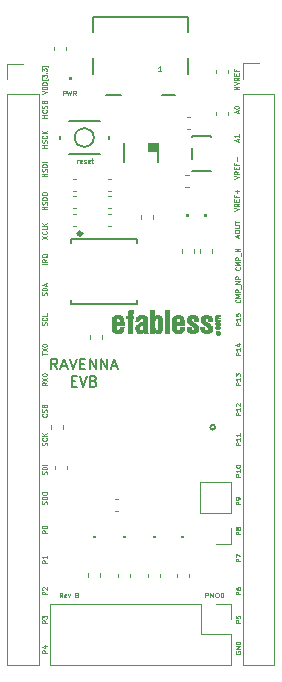
<source format=gto>
G04 #@! TF.GenerationSoftware,KiCad,Pcbnew,(5.0.0-3-g5ebb6b6)*
G04 #@! TF.CreationDate,2020-03-22T12:42:52-07:00*
G04 #@! TF.ProjectId,ravenna,726176656E6E612E6B696361645F7063,rev?*
G04 #@! TF.SameCoordinates,Original*
G04 #@! TF.FileFunction,Legend,Top*
G04 #@! TF.FilePolarity,Positive*
%FSLAX46Y46*%
G04 Gerber Fmt 4.6, Leading zero omitted, Abs format (unit mm)*
G04 Created by KiCad (PCBNEW (5.0.0-3-g5ebb6b6)) date Sunday, March 22, 2020 at 12:42:52 PM*
%MOMM*%
%LPD*%
G01*
G04 APERTURE LIST*
%ADD10C,0.080000*%
%ADD11C,0.095250*%
%ADD12C,0.150000*%
%ADD13C,0.127000*%
%ADD14C,0.203200*%
%ADD15C,0.120000*%
%ADD16C,0.100000*%
%ADD17C,0.152400*%
%ADD18C,0.300000*%
%ADD19C,0.010000*%
G04 APERTURE END LIST*
D10*
X141814619Y-129593952D02*
X141681285Y-129403476D01*
X141586047Y-129593952D02*
X141586047Y-129193952D01*
X141738428Y-129193952D01*
X141776523Y-129213000D01*
X141795571Y-129232047D01*
X141814619Y-129270142D01*
X141814619Y-129327285D01*
X141795571Y-129365380D01*
X141776523Y-129384428D01*
X141738428Y-129403476D01*
X141586047Y-129403476D01*
X142138428Y-129574904D02*
X142100333Y-129593952D01*
X142024142Y-129593952D01*
X141986047Y-129574904D01*
X141967000Y-129536809D01*
X141967000Y-129384428D01*
X141986047Y-129346333D01*
X142024142Y-129327285D01*
X142100333Y-129327285D01*
X142138428Y-129346333D01*
X142157476Y-129384428D01*
X142157476Y-129422523D01*
X141967000Y-129460619D01*
X142290809Y-129327285D02*
X142386047Y-129593952D01*
X142481285Y-129327285D01*
X143071761Y-129384428D02*
X143128904Y-129403476D01*
X143147952Y-129422523D01*
X143167000Y-129460619D01*
X143167000Y-129517761D01*
X143147952Y-129555857D01*
X143128904Y-129574904D01*
X143090809Y-129593952D01*
X142938428Y-129593952D01*
X142938428Y-129193952D01*
X143071761Y-129193952D01*
X143109857Y-129213000D01*
X143128904Y-129232047D01*
X143147952Y-129270142D01*
X143147952Y-129308238D01*
X143128904Y-129346333D01*
X143109857Y-129365380D01*
X143071761Y-129384428D01*
X142938428Y-129384428D01*
X141884466Y-87074352D02*
X141884466Y-86674352D01*
X142036847Y-86674352D01*
X142074942Y-86693400D01*
X142093990Y-86712447D01*
X142113038Y-86750542D01*
X142113038Y-86807685D01*
X142093990Y-86845780D01*
X142074942Y-86864828D01*
X142036847Y-86883876D01*
X141884466Y-86883876D01*
X142246371Y-86674352D02*
X142341609Y-87074352D01*
X142417800Y-86788638D01*
X142493990Y-87074352D01*
X142589228Y-86674352D01*
X142970180Y-87074352D02*
X142836847Y-86883876D01*
X142741609Y-87074352D02*
X142741609Y-86674352D01*
X142893990Y-86674352D01*
X142932085Y-86693400D01*
X142951133Y-86712447D01*
X142970180Y-86750542D01*
X142970180Y-86807685D01*
X142951133Y-86845780D01*
X142932085Y-86864828D01*
X142893990Y-86883876D01*
X142741609Y-86883876D01*
X156518000Y-134162761D02*
X156498952Y-134200857D01*
X156498952Y-134258000D01*
X156518000Y-134315142D01*
X156556095Y-134353238D01*
X156594190Y-134372285D01*
X156670380Y-134391333D01*
X156727523Y-134391333D01*
X156803714Y-134372285D01*
X156841809Y-134353238D01*
X156879904Y-134315142D01*
X156898952Y-134258000D01*
X156898952Y-134219904D01*
X156879904Y-134162761D01*
X156860857Y-134143714D01*
X156727523Y-134143714D01*
X156727523Y-134219904D01*
X156898952Y-133972285D02*
X156498952Y-133972285D01*
X156898952Y-133743714D01*
X156498952Y-133743714D01*
X156898952Y-133553238D02*
X156498952Y-133553238D01*
X156498952Y-133458000D01*
X156518000Y-133400857D01*
X156556095Y-133362761D01*
X156594190Y-133343714D01*
X156670380Y-133324666D01*
X156727523Y-133324666D01*
X156803714Y-133343714D01*
X156841809Y-133362761D01*
X156879904Y-133400857D01*
X156898952Y-133458000D01*
X156898952Y-133553238D01*
X156898952Y-131740238D02*
X156498952Y-131740238D01*
X156498952Y-131587857D01*
X156518000Y-131549761D01*
X156537047Y-131530714D01*
X156575142Y-131511666D01*
X156632285Y-131511666D01*
X156670380Y-131530714D01*
X156689428Y-131549761D01*
X156708476Y-131587857D01*
X156708476Y-131740238D01*
X156498952Y-131149761D02*
X156498952Y-131340238D01*
X156689428Y-131359285D01*
X156670380Y-131340238D01*
X156651333Y-131302142D01*
X156651333Y-131206904D01*
X156670380Y-131168809D01*
X156689428Y-131149761D01*
X156727523Y-131130714D01*
X156822761Y-131130714D01*
X156860857Y-131149761D01*
X156879904Y-131168809D01*
X156898952Y-131206904D01*
X156898952Y-131302142D01*
X156879904Y-131340238D01*
X156860857Y-131359285D01*
X156898952Y-129327238D02*
X156498952Y-129327238D01*
X156498952Y-129174857D01*
X156518000Y-129136761D01*
X156537047Y-129117714D01*
X156575142Y-129098666D01*
X156632285Y-129098666D01*
X156670380Y-129117714D01*
X156689428Y-129136761D01*
X156708476Y-129174857D01*
X156708476Y-129327238D01*
X156498952Y-128755809D02*
X156498952Y-128832000D01*
X156518000Y-128870095D01*
X156537047Y-128889142D01*
X156594190Y-128927238D01*
X156670380Y-128946285D01*
X156822761Y-128946285D01*
X156860857Y-128927238D01*
X156879904Y-128908190D01*
X156898952Y-128870095D01*
X156898952Y-128793904D01*
X156879904Y-128755809D01*
X156860857Y-128736761D01*
X156822761Y-128717714D01*
X156727523Y-128717714D01*
X156689428Y-128736761D01*
X156670380Y-128755809D01*
X156651333Y-128793904D01*
X156651333Y-128870095D01*
X156670380Y-128908190D01*
X156689428Y-128927238D01*
X156727523Y-128946285D01*
X156898952Y-126533238D02*
X156498952Y-126533238D01*
X156498952Y-126380857D01*
X156518000Y-126342761D01*
X156537047Y-126323714D01*
X156575142Y-126304666D01*
X156632285Y-126304666D01*
X156670380Y-126323714D01*
X156689428Y-126342761D01*
X156708476Y-126380857D01*
X156708476Y-126533238D01*
X156498952Y-126171333D02*
X156498952Y-125904666D01*
X156898952Y-126076095D01*
X156898952Y-124247238D02*
X156498952Y-124247238D01*
X156498952Y-124094857D01*
X156518000Y-124056761D01*
X156537047Y-124037714D01*
X156575142Y-124018666D01*
X156632285Y-124018666D01*
X156670380Y-124037714D01*
X156689428Y-124056761D01*
X156708476Y-124094857D01*
X156708476Y-124247238D01*
X156670380Y-123790095D02*
X156651333Y-123828190D01*
X156632285Y-123847238D01*
X156594190Y-123866285D01*
X156575142Y-123866285D01*
X156537047Y-123847238D01*
X156518000Y-123828190D01*
X156498952Y-123790095D01*
X156498952Y-123713904D01*
X156518000Y-123675809D01*
X156537047Y-123656761D01*
X156575142Y-123637714D01*
X156594190Y-123637714D01*
X156632285Y-123656761D01*
X156651333Y-123675809D01*
X156670380Y-123713904D01*
X156670380Y-123790095D01*
X156689428Y-123828190D01*
X156708476Y-123847238D01*
X156746571Y-123866285D01*
X156822761Y-123866285D01*
X156860857Y-123847238D01*
X156879904Y-123828190D01*
X156898952Y-123790095D01*
X156898952Y-123713904D01*
X156879904Y-123675809D01*
X156860857Y-123656761D01*
X156822761Y-123637714D01*
X156746571Y-123637714D01*
X156708476Y-123656761D01*
X156689428Y-123675809D01*
X156670380Y-123713904D01*
X156898952Y-121707238D02*
X156498952Y-121707238D01*
X156498952Y-121554857D01*
X156518000Y-121516761D01*
X156537047Y-121497714D01*
X156575142Y-121478666D01*
X156632285Y-121478666D01*
X156670380Y-121497714D01*
X156689428Y-121516761D01*
X156708476Y-121554857D01*
X156708476Y-121707238D01*
X156898952Y-121288190D02*
X156898952Y-121212000D01*
X156879904Y-121173904D01*
X156860857Y-121154857D01*
X156803714Y-121116761D01*
X156727523Y-121097714D01*
X156575142Y-121097714D01*
X156537047Y-121116761D01*
X156518000Y-121135809D01*
X156498952Y-121173904D01*
X156498952Y-121250095D01*
X156518000Y-121288190D01*
X156537047Y-121307238D01*
X156575142Y-121326285D01*
X156670380Y-121326285D01*
X156708476Y-121307238D01*
X156727523Y-121288190D01*
X156746571Y-121250095D01*
X156746571Y-121173904D01*
X156727523Y-121135809D01*
X156708476Y-121116761D01*
X156670380Y-121097714D01*
X156898952Y-119357714D02*
X156498952Y-119357714D01*
X156498952Y-119205333D01*
X156518000Y-119167238D01*
X156537047Y-119148190D01*
X156575142Y-119129142D01*
X156632285Y-119129142D01*
X156670380Y-119148190D01*
X156689428Y-119167238D01*
X156708476Y-119205333D01*
X156708476Y-119357714D01*
X156898952Y-118748190D02*
X156898952Y-118976761D01*
X156898952Y-118862476D02*
X156498952Y-118862476D01*
X156556095Y-118900571D01*
X156594190Y-118938666D01*
X156613238Y-118976761D01*
X156498952Y-118500571D02*
X156498952Y-118462476D01*
X156518000Y-118424380D01*
X156537047Y-118405333D01*
X156575142Y-118386285D01*
X156651333Y-118367238D01*
X156746571Y-118367238D01*
X156822761Y-118386285D01*
X156860857Y-118405333D01*
X156879904Y-118424380D01*
X156898952Y-118462476D01*
X156898952Y-118500571D01*
X156879904Y-118538666D01*
X156860857Y-118557714D01*
X156822761Y-118576761D01*
X156746571Y-118595809D01*
X156651333Y-118595809D01*
X156575142Y-118576761D01*
X156537047Y-118557714D01*
X156518000Y-118538666D01*
X156498952Y-118500571D01*
X156898952Y-116690714D02*
X156498952Y-116690714D01*
X156498952Y-116538333D01*
X156518000Y-116500238D01*
X156537047Y-116481190D01*
X156575142Y-116462142D01*
X156632285Y-116462142D01*
X156670380Y-116481190D01*
X156689428Y-116500238D01*
X156708476Y-116538333D01*
X156708476Y-116690714D01*
X156898952Y-116081190D02*
X156898952Y-116309761D01*
X156898952Y-116195476D02*
X156498952Y-116195476D01*
X156556095Y-116233571D01*
X156594190Y-116271666D01*
X156613238Y-116309761D01*
X156898952Y-115700238D02*
X156898952Y-115928809D01*
X156898952Y-115814523D02*
X156498952Y-115814523D01*
X156556095Y-115852619D01*
X156594190Y-115890714D01*
X156613238Y-115928809D01*
X156898952Y-114150714D02*
X156498952Y-114150714D01*
X156498952Y-113998333D01*
X156518000Y-113960238D01*
X156537047Y-113941190D01*
X156575142Y-113922142D01*
X156632285Y-113922142D01*
X156670380Y-113941190D01*
X156689428Y-113960238D01*
X156708476Y-113998333D01*
X156708476Y-114150714D01*
X156898952Y-113541190D02*
X156898952Y-113769761D01*
X156898952Y-113655476D02*
X156498952Y-113655476D01*
X156556095Y-113693571D01*
X156594190Y-113731666D01*
X156613238Y-113769761D01*
X156537047Y-113388809D02*
X156518000Y-113369761D01*
X156498952Y-113331666D01*
X156498952Y-113236428D01*
X156518000Y-113198333D01*
X156537047Y-113179285D01*
X156575142Y-113160238D01*
X156613238Y-113160238D01*
X156670380Y-113179285D01*
X156898952Y-113407857D01*
X156898952Y-113160238D01*
X156898952Y-111610714D02*
X156498952Y-111610714D01*
X156498952Y-111458333D01*
X156518000Y-111420238D01*
X156537047Y-111401190D01*
X156575142Y-111382142D01*
X156632285Y-111382142D01*
X156670380Y-111401190D01*
X156689428Y-111420238D01*
X156708476Y-111458333D01*
X156708476Y-111610714D01*
X156898952Y-111001190D02*
X156898952Y-111229761D01*
X156898952Y-111115476D02*
X156498952Y-111115476D01*
X156556095Y-111153571D01*
X156594190Y-111191666D01*
X156613238Y-111229761D01*
X156498952Y-110867857D02*
X156498952Y-110620238D01*
X156651333Y-110753571D01*
X156651333Y-110696428D01*
X156670380Y-110658333D01*
X156689428Y-110639285D01*
X156727523Y-110620238D01*
X156822761Y-110620238D01*
X156860857Y-110639285D01*
X156879904Y-110658333D01*
X156898952Y-110696428D01*
X156898952Y-110810714D01*
X156879904Y-110848809D01*
X156860857Y-110867857D01*
X156898952Y-109070714D02*
X156498952Y-109070714D01*
X156498952Y-108918333D01*
X156518000Y-108880238D01*
X156537047Y-108861190D01*
X156575142Y-108842142D01*
X156632285Y-108842142D01*
X156670380Y-108861190D01*
X156689428Y-108880238D01*
X156708476Y-108918333D01*
X156708476Y-109070714D01*
X156898952Y-108461190D02*
X156898952Y-108689761D01*
X156898952Y-108575476D02*
X156498952Y-108575476D01*
X156556095Y-108613571D01*
X156594190Y-108651666D01*
X156613238Y-108689761D01*
X156632285Y-108118333D02*
X156898952Y-108118333D01*
X156479904Y-108213571D02*
X156765619Y-108308809D01*
X156765619Y-108061190D01*
X156898952Y-106530714D02*
X156498952Y-106530714D01*
X156498952Y-106378333D01*
X156518000Y-106340238D01*
X156537047Y-106321190D01*
X156575142Y-106302142D01*
X156632285Y-106302142D01*
X156670380Y-106321190D01*
X156689428Y-106340238D01*
X156708476Y-106378333D01*
X156708476Y-106530714D01*
X156898952Y-105921190D02*
X156898952Y-106149761D01*
X156898952Y-106035476D02*
X156498952Y-106035476D01*
X156556095Y-106073571D01*
X156594190Y-106111666D01*
X156613238Y-106149761D01*
X156498952Y-105559285D02*
X156498952Y-105749761D01*
X156689428Y-105768809D01*
X156670380Y-105749761D01*
X156651333Y-105711666D01*
X156651333Y-105616428D01*
X156670380Y-105578333D01*
X156689428Y-105559285D01*
X156727523Y-105540238D01*
X156822761Y-105540238D01*
X156860857Y-105559285D01*
X156879904Y-105578333D01*
X156898952Y-105616428D01*
X156898952Y-105711666D01*
X156879904Y-105749761D01*
X156860857Y-105768809D01*
X156835457Y-104371666D02*
X156854504Y-104390714D01*
X156873552Y-104447857D01*
X156873552Y-104485952D01*
X156854504Y-104543095D01*
X156816409Y-104581190D01*
X156778314Y-104600238D01*
X156702123Y-104619285D01*
X156644980Y-104619285D01*
X156568790Y-104600238D01*
X156530695Y-104581190D01*
X156492600Y-104543095D01*
X156473552Y-104485952D01*
X156473552Y-104447857D01*
X156492600Y-104390714D01*
X156511647Y-104371666D01*
X156873552Y-104200238D02*
X156473552Y-104200238D01*
X156759266Y-104066904D01*
X156473552Y-103933571D01*
X156873552Y-103933571D01*
X156873552Y-103743095D02*
X156473552Y-103743095D01*
X156473552Y-103590714D01*
X156492600Y-103552619D01*
X156511647Y-103533571D01*
X156549742Y-103514523D01*
X156606885Y-103514523D01*
X156644980Y-103533571D01*
X156664028Y-103552619D01*
X156683076Y-103590714D01*
X156683076Y-103743095D01*
X156911647Y-103438333D02*
X156911647Y-103133571D01*
X156873552Y-103038333D02*
X156473552Y-103038333D01*
X156873552Y-102809761D01*
X156473552Y-102809761D01*
X156873552Y-102619285D02*
X156473552Y-102619285D01*
X156473552Y-102466904D01*
X156492600Y-102428809D01*
X156511647Y-102409761D01*
X156549742Y-102390714D01*
X156606885Y-102390714D01*
X156644980Y-102409761D01*
X156664028Y-102428809D01*
X156683076Y-102466904D01*
X156683076Y-102619285D01*
X156835457Y-101631666D02*
X156854504Y-101650714D01*
X156873552Y-101707857D01*
X156873552Y-101745952D01*
X156854504Y-101803095D01*
X156816409Y-101841190D01*
X156778314Y-101860238D01*
X156702123Y-101879285D01*
X156644980Y-101879285D01*
X156568790Y-101860238D01*
X156530695Y-101841190D01*
X156492600Y-101803095D01*
X156473552Y-101745952D01*
X156473552Y-101707857D01*
X156492600Y-101650714D01*
X156511647Y-101631666D01*
X156873552Y-101460238D02*
X156473552Y-101460238D01*
X156759266Y-101326904D01*
X156473552Y-101193571D01*
X156873552Y-101193571D01*
X156873552Y-101003095D02*
X156473552Y-101003095D01*
X156473552Y-100850714D01*
X156492600Y-100812619D01*
X156511647Y-100793571D01*
X156549742Y-100774523D01*
X156606885Y-100774523D01*
X156644980Y-100793571D01*
X156664028Y-100812619D01*
X156683076Y-100850714D01*
X156683076Y-101003095D01*
X156911647Y-100698333D02*
X156911647Y-100393571D01*
X156873552Y-100298333D02*
X156473552Y-100298333D01*
X156873552Y-100069761D01*
X156473552Y-100069761D01*
X156708466Y-99091666D02*
X156708466Y-98901190D01*
X156822752Y-99129761D02*
X156422752Y-98996428D01*
X156822752Y-98863095D01*
X156422752Y-98653571D02*
X156422752Y-98577380D01*
X156441800Y-98539285D01*
X156479895Y-98501190D01*
X156556085Y-98482142D01*
X156689419Y-98482142D01*
X156765609Y-98501190D01*
X156803704Y-98539285D01*
X156822752Y-98577380D01*
X156822752Y-98653571D01*
X156803704Y-98691666D01*
X156765609Y-98729761D01*
X156689419Y-98748809D01*
X156556085Y-98748809D01*
X156479895Y-98729761D01*
X156441800Y-98691666D01*
X156422752Y-98653571D01*
X156422752Y-98310714D02*
X156746561Y-98310714D01*
X156784657Y-98291666D01*
X156803704Y-98272619D01*
X156822752Y-98234523D01*
X156822752Y-98158333D01*
X156803704Y-98120238D01*
X156784657Y-98101190D01*
X156746561Y-98082142D01*
X156422752Y-98082142D01*
X156422752Y-97948809D02*
X156422752Y-97720238D01*
X156822752Y-97834523D02*
X156422752Y-97834523D01*
X156371952Y-96869133D02*
X156771952Y-96735800D01*
X156371952Y-96602466D01*
X156771952Y-96240561D02*
X156581476Y-96373895D01*
X156771952Y-96469133D02*
X156371952Y-96469133D01*
X156371952Y-96316752D01*
X156391000Y-96278657D01*
X156410047Y-96259609D01*
X156448142Y-96240561D01*
X156505285Y-96240561D01*
X156543380Y-96259609D01*
X156562428Y-96278657D01*
X156581476Y-96316752D01*
X156581476Y-96469133D01*
X156562428Y-96069133D02*
X156562428Y-95935800D01*
X156771952Y-95878657D02*
X156771952Y-96069133D01*
X156371952Y-96069133D01*
X156371952Y-95878657D01*
X156562428Y-95573895D02*
X156562428Y-95707228D01*
X156771952Y-95707228D02*
X156371952Y-95707228D01*
X156371952Y-95516752D01*
X156619571Y-95364371D02*
X156619571Y-95059609D01*
X156771952Y-95211990D02*
X156467190Y-95211990D01*
X156371952Y-94151333D02*
X156771952Y-94018000D01*
X156371952Y-93884666D01*
X156771952Y-93522761D02*
X156581476Y-93656095D01*
X156771952Y-93751333D02*
X156371952Y-93751333D01*
X156371952Y-93598952D01*
X156391000Y-93560857D01*
X156410047Y-93541809D01*
X156448142Y-93522761D01*
X156505285Y-93522761D01*
X156543380Y-93541809D01*
X156562428Y-93560857D01*
X156581476Y-93598952D01*
X156581476Y-93751333D01*
X156562428Y-93351333D02*
X156562428Y-93218000D01*
X156771952Y-93160857D02*
X156771952Y-93351333D01*
X156371952Y-93351333D01*
X156371952Y-93160857D01*
X156562428Y-92856095D02*
X156562428Y-92989428D01*
X156771952Y-92989428D02*
X156371952Y-92989428D01*
X156371952Y-92798952D01*
X156619571Y-92646571D02*
X156619571Y-92341809D01*
X156657666Y-90963714D02*
X156657666Y-90773238D01*
X156771952Y-91001809D02*
X156371952Y-90868476D01*
X156771952Y-90735142D01*
X156771952Y-90392285D02*
X156771952Y-90620857D01*
X156771952Y-90506571D02*
X156371952Y-90506571D01*
X156429095Y-90544666D01*
X156467190Y-90582761D01*
X156486238Y-90620857D01*
X156657666Y-88550714D02*
X156657666Y-88360238D01*
X156771952Y-88588809D02*
X156371952Y-88455476D01*
X156771952Y-88322142D01*
X156371952Y-88112619D02*
X156371952Y-88074523D01*
X156391000Y-88036428D01*
X156410047Y-88017380D01*
X156448142Y-87998333D01*
X156524333Y-87979285D01*
X156619571Y-87979285D01*
X156695761Y-87998333D01*
X156733857Y-88017380D01*
X156752904Y-88036428D01*
X156771952Y-88074523D01*
X156771952Y-88112619D01*
X156752904Y-88150714D01*
X156733857Y-88169761D01*
X156695761Y-88188809D01*
X156619571Y-88207857D01*
X156524333Y-88207857D01*
X156448142Y-88188809D01*
X156410047Y-88169761D01*
X156391000Y-88150714D01*
X156371952Y-88112619D01*
X156771952Y-86563095D02*
X156371952Y-86563095D01*
X156771952Y-86334523D01*
X156371952Y-86334523D01*
X156371952Y-86201190D02*
X156771952Y-86067857D01*
X156371952Y-85934523D01*
X156771952Y-85572619D02*
X156581476Y-85705952D01*
X156771952Y-85801190D02*
X156371952Y-85801190D01*
X156371952Y-85648809D01*
X156391000Y-85610714D01*
X156410047Y-85591666D01*
X156448142Y-85572619D01*
X156505285Y-85572619D01*
X156543380Y-85591666D01*
X156562428Y-85610714D01*
X156581476Y-85648809D01*
X156581476Y-85801190D01*
X156562428Y-85401190D02*
X156562428Y-85267857D01*
X156771952Y-85210714D02*
X156771952Y-85401190D01*
X156371952Y-85401190D01*
X156371952Y-85210714D01*
X156562428Y-84905952D02*
X156562428Y-85039285D01*
X156771952Y-85039285D02*
X156371952Y-85039285D01*
X156371952Y-84848809D01*
D11*
X140126357Y-86940571D02*
X140507357Y-86813571D01*
X140126357Y-86686571D01*
X140507357Y-86559571D02*
X140126357Y-86559571D01*
X140126357Y-86468857D01*
X140144500Y-86414428D01*
X140180785Y-86378142D01*
X140217071Y-86360000D01*
X140289642Y-86341857D01*
X140344071Y-86341857D01*
X140416642Y-86360000D01*
X140452928Y-86378142D01*
X140489214Y-86414428D01*
X140507357Y-86468857D01*
X140507357Y-86559571D01*
X140507357Y-86178571D02*
X140126357Y-86178571D01*
X140126357Y-86087857D01*
X140144500Y-86033428D01*
X140180785Y-85997142D01*
X140217071Y-85979000D01*
X140289642Y-85960857D01*
X140344071Y-85960857D01*
X140416642Y-85979000D01*
X140452928Y-85997142D01*
X140489214Y-86033428D01*
X140507357Y-86087857D01*
X140507357Y-86178571D01*
X140652500Y-85688714D02*
X140634357Y-85706857D01*
X140579928Y-85743142D01*
X140543642Y-85761285D01*
X140489214Y-85779428D01*
X140398500Y-85797571D01*
X140325928Y-85797571D01*
X140235214Y-85779428D01*
X140180785Y-85761285D01*
X140144500Y-85743142D01*
X140090071Y-85706857D01*
X140071928Y-85688714D01*
X140126357Y-85579857D02*
X140126357Y-85344000D01*
X140271500Y-85471000D01*
X140271500Y-85416571D01*
X140289642Y-85380285D01*
X140307785Y-85362142D01*
X140344071Y-85344000D01*
X140434785Y-85344000D01*
X140471071Y-85362142D01*
X140489214Y-85380285D01*
X140507357Y-85416571D01*
X140507357Y-85525428D01*
X140489214Y-85561714D01*
X140471071Y-85579857D01*
X140471071Y-85180714D02*
X140489214Y-85162571D01*
X140507357Y-85180714D01*
X140489214Y-85198857D01*
X140471071Y-85180714D01*
X140507357Y-85180714D01*
X140126357Y-85035571D02*
X140126357Y-84799714D01*
X140271500Y-84926714D01*
X140271500Y-84872285D01*
X140289642Y-84836000D01*
X140307785Y-84817857D01*
X140344071Y-84799714D01*
X140434785Y-84799714D01*
X140471071Y-84817857D01*
X140489214Y-84836000D01*
X140507357Y-84872285D01*
X140507357Y-84981142D01*
X140489214Y-85017428D01*
X140471071Y-85035571D01*
X140652500Y-84672714D02*
X140634357Y-84654571D01*
X140579928Y-84618285D01*
X140543642Y-84600142D01*
X140489214Y-84582000D01*
X140398500Y-84563857D01*
X140325928Y-84563857D01*
X140235214Y-84582000D01*
X140180785Y-84600142D01*
X140144500Y-84618285D01*
X140090071Y-84654571D01*
X140071928Y-84672714D01*
D10*
X140515952Y-88969761D02*
X140115952Y-88969761D01*
X140306428Y-88969761D02*
X140306428Y-88741190D01*
X140515952Y-88741190D02*
X140115952Y-88741190D01*
X140477857Y-88322142D02*
X140496904Y-88341190D01*
X140515952Y-88398333D01*
X140515952Y-88436428D01*
X140496904Y-88493571D01*
X140458809Y-88531666D01*
X140420714Y-88550714D01*
X140344523Y-88569761D01*
X140287380Y-88569761D01*
X140211190Y-88550714D01*
X140173095Y-88531666D01*
X140135000Y-88493571D01*
X140115952Y-88436428D01*
X140115952Y-88398333D01*
X140135000Y-88341190D01*
X140154047Y-88322142D01*
X140496904Y-88169761D02*
X140515952Y-88112619D01*
X140515952Y-88017380D01*
X140496904Y-87979285D01*
X140477857Y-87960238D01*
X140439761Y-87941190D01*
X140401666Y-87941190D01*
X140363571Y-87960238D01*
X140344523Y-87979285D01*
X140325476Y-88017380D01*
X140306428Y-88093571D01*
X140287380Y-88131666D01*
X140268333Y-88150714D01*
X140230238Y-88169761D01*
X140192142Y-88169761D01*
X140154047Y-88150714D01*
X140135000Y-88131666D01*
X140115952Y-88093571D01*
X140115952Y-87998333D01*
X140135000Y-87941190D01*
X140306428Y-87636428D02*
X140325476Y-87579285D01*
X140344523Y-87560238D01*
X140382619Y-87541190D01*
X140439761Y-87541190D01*
X140477857Y-87560238D01*
X140496904Y-87579285D01*
X140515952Y-87617380D01*
X140515952Y-87769761D01*
X140115952Y-87769761D01*
X140115952Y-87636428D01*
X140135000Y-87598333D01*
X140154047Y-87579285D01*
X140192142Y-87560238D01*
X140230238Y-87560238D01*
X140268333Y-87579285D01*
X140287380Y-87598333D01*
X140306428Y-87636428D01*
X140306428Y-87769761D01*
X140515952Y-91509761D02*
X140115952Y-91509761D01*
X140306428Y-91509761D02*
X140306428Y-91281190D01*
X140515952Y-91281190D02*
X140115952Y-91281190D01*
X140496904Y-91109761D02*
X140515952Y-91052619D01*
X140515952Y-90957380D01*
X140496904Y-90919285D01*
X140477857Y-90900238D01*
X140439761Y-90881190D01*
X140401666Y-90881190D01*
X140363571Y-90900238D01*
X140344523Y-90919285D01*
X140325476Y-90957380D01*
X140306428Y-91033571D01*
X140287380Y-91071666D01*
X140268333Y-91090714D01*
X140230238Y-91109761D01*
X140192142Y-91109761D01*
X140154047Y-91090714D01*
X140135000Y-91071666D01*
X140115952Y-91033571D01*
X140115952Y-90938333D01*
X140135000Y-90881190D01*
X140477857Y-90481190D02*
X140496904Y-90500238D01*
X140515952Y-90557380D01*
X140515952Y-90595476D01*
X140496904Y-90652619D01*
X140458809Y-90690714D01*
X140420714Y-90709761D01*
X140344523Y-90728809D01*
X140287380Y-90728809D01*
X140211190Y-90709761D01*
X140173095Y-90690714D01*
X140135000Y-90652619D01*
X140115952Y-90595476D01*
X140115952Y-90557380D01*
X140135000Y-90500238D01*
X140154047Y-90481190D01*
X140515952Y-90309761D02*
X140115952Y-90309761D01*
X140515952Y-90081190D02*
X140287380Y-90252619D01*
X140115952Y-90081190D02*
X140344523Y-90309761D01*
X140515952Y-93945000D02*
X140115952Y-93945000D01*
X140306428Y-93945000D02*
X140306428Y-93716428D01*
X140515952Y-93716428D02*
X140115952Y-93716428D01*
X140496904Y-93545000D02*
X140515952Y-93487857D01*
X140515952Y-93392619D01*
X140496904Y-93354523D01*
X140477857Y-93335476D01*
X140439761Y-93316428D01*
X140401666Y-93316428D01*
X140363571Y-93335476D01*
X140344523Y-93354523D01*
X140325476Y-93392619D01*
X140306428Y-93468809D01*
X140287380Y-93506904D01*
X140268333Y-93525952D01*
X140230238Y-93545000D01*
X140192142Y-93545000D01*
X140154047Y-93525952D01*
X140135000Y-93506904D01*
X140115952Y-93468809D01*
X140115952Y-93373571D01*
X140135000Y-93316428D01*
X140515952Y-93145000D02*
X140115952Y-93145000D01*
X140115952Y-93049761D01*
X140135000Y-92992619D01*
X140173095Y-92954523D01*
X140211190Y-92935476D01*
X140287380Y-92916428D01*
X140344523Y-92916428D01*
X140420714Y-92935476D01*
X140458809Y-92954523D01*
X140496904Y-92992619D01*
X140515952Y-93049761D01*
X140515952Y-93145000D01*
X140515952Y-92745000D02*
X140115952Y-92745000D01*
X140515952Y-96726285D02*
X140115952Y-96726285D01*
X140306428Y-96726285D02*
X140306428Y-96497714D01*
X140515952Y-96497714D02*
X140115952Y-96497714D01*
X140496904Y-96326285D02*
X140515952Y-96269142D01*
X140515952Y-96173904D01*
X140496904Y-96135809D01*
X140477857Y-96116761D01*
X140439761Y-96097714D01*
X140401666Y-96097714D01*
X140363571Y-96116761D01*
X140344523Y-96135809D01*
X140325476Y-96173904D01*
X140306428Y-96250095D01*
X140287380Y-96288190D01*
X140268333Y-96307238D01*
X140230238Y-96326285D01*
X140192142Y-96326285D01*
X140154047Y-96307238D01*
X140135000Y-96288190D01*
X140115952Y-96250095D01*
X140115952Y-96154857D01*
X140135000Y-96097714D01*
X140515952Y-95926285D02*
X140115952Y-95926285D01*
X140115952Y-95831047D01*
X140135000Y-95773904D01*
X140173095Y-95735809D01*
X140211190Y-95716761D01*
X140287380Y-95697714D01*
X140344523Y-95697714D01*
X140420714Y-95716761D01*
X140458809Y-95735809D01*
X140496904Y-95773904D01*
X140515952Y-95831047D01*
X140515952Y-95926285D01*
X140115952Y-95450095D02*
X140115952Y-95373904D01*
X140135000Y-95335809D01*
X140173095Y-95297714D01*
X140249285Y-95278666D01*
X140382619Y-95278666D01*
X140458809Y-95297714D01*
X140496904Y-95335809D01*
X140515952Y-95373904D01*
X140515952Y-95450095D01*
X140496904Y-95488190D01*
X140458809Y-95526285D01*
X140382619Y-95545333D01*
X140249285Y-95545333D01*
X140173095Y-95526285D01*
X140135000Y-95488190D01*
X140115952Y-95450095D01*
X140115952Y-99247238D02*
X140515952Y-98980571D01*
X140115952Y-98980571D02*
X140515952Y-99247238D01*
X140477857Y-98599619D02*
X140496904Y-98618666D01*
X140515952Y-98675809D01*
X140515952Y-98713904D01*
X140496904Y-98771047D01*
X140458809Y-98809142D01*
X140420714Y-98828190D01*
X140344523Y-98847238D01*
X140287380Y-98847238D01*
X140211190Y-98828190D01*
X140173095Y-98809142D01*
X140135000Y-98771047D01*
X140115952Y-98713904D01*
X140115952Y-98675809D01*
X140135000Y-98618666D01*
X140154047Y-98599619D01*
X140515952Y-98237714D02*
X140515952Y-98428190D01*
X140115952Y-98428190D01*
X140515952Y-98104380D02*
X140115952Y-98104380D01*
X140515952Y-97875809D02*
X140287380Y-98047238D01*
X140115952Y-97875809D02*
X140344523Y-98104380D01*
X140515952Y-101374523D02*
X140115952Y-101374523D01*
X140515952Y-100955476D02*
X140325476Y-101088809D01*
X140515952Y-101184047D02*
X140115952Y-101184047D01*
X140115952Y-101031666D01*
X140135000Y-100993571D01*
X140154047Y-100974523D01*
X140192142Y-100955476D01*
X140249285Y-100955476D01*
X140287380Y-100974523D01*
X140306428Y-100993571D01*
X140325476Y-101031666D01*
X140325476Y-101184047D01*
X140554047Y-100517380D02*
X140535000Y-100555476D01*
X140496904Y-100593571D01*
X140439761Y-100650714D01*
X140420714Y-100688809D01*
X140420714Y-100726904D01*
X140515952Y-100707857D02*
X140496904Y-100745952D01*
X140458809Y-100784047D01*
X140382619Y-100803095D01*
X140249285Y-100803095D01*
X140173095Y-100784047D01*
X140135000Y-100745952D01*
X140115952Y-100707857D01*
X140115952Y-100631666D01*
X140135000Y-100593571D01*
X140173095Y-100555476D01*
X140249285Y-100536428D01*
X140382619Y-100536428D01*
X140458809Y-100555476D01*
X140496904Y-100593571D01*
X140515952Y-100631666D01*
X140515952Y-100707857D01*
X140496904Y-103990714D02*
X140515952Y-103933571D01*
X140515952Y-103838333D01*
X140496904Y-103800238D01*
X140477857Y-103781190D01*
X140439761Y-103762142D01*
X140401666Y-103762142D01*
X140363571Y-103781190D01*
X140344523Y-103800238D01*
X140325476Y-103838333D01*
X140306428Y-103914523D01*
X140287380Y-103952619D01*
X140268333Y-103971666D01*
X140230238Y-103990714D01*
X140192142Y-103990714D01*
X140154047Y-103971666D01*
X140135000Y-103952619D01*
X140115952Y-103914523D01*
X140115952Y-103819285D01*
X140135000Y-103762142D01*
X140515952Y-103590714D02*
X140115952Y-103590714D01*
X140115952Y-103495476D01*
X140135000Y-103438333D01*
X140173095Y-103400238D01*
X140211190Y-103381190D01*
X140287380Y-103362142D01*
X140344523Y-103362142D01*
X140420714Y-103381190D01*
X140458809Y-103400238D01*
X140496904Y-103438333D01*
X140515952Y-103495476D01*
X140515952Y-103590714D01*
X140401666Y-103209761D02*
X140401666Y-103019285D01*
X140515952Y-103247857D02*
X140115952Y-103114523D01*
X140515952Y-102981190D01*
X140496904Y-106521190D02*
X140515952Y-106464047D01*
X140515952Y-106368809D01*
X140496904Y-106330714D01*
X140477857Y-106311666D01*
X140439761Y-106292619D01*
X140401666Y-106292619D01*
X140363571Y-106311666D01*
X140344523Y-106330714D01*
X140325476Y-106368809D01*
X140306428Y-106445000D01*
X140287380Y-106483095D01*
X140268333Y-106502142D01*
X140230238Y-106521190D01*
X140192142Y-106521190D01*
X140154047Y-106502142D01*
X140135000Y-106483095D01*
X140115952Y-106445000D01*
X140115952Y-106349761D01*
X140135000Y-106292619D01*
X140477857Y-105892619D02*
X140496904Y-105911666D01*
X140515952Y-105968809D01*
X140515952Y-106006904D01*
X140496904Y-106064047D01*
X140458809Y-106102142D01*
X140420714Y-106121190D01*
X140344523Y-106140238D01*
X140287380Y-106140238D01*
X140211190Y-106121190D01*
X140173095Y-106102142D01*
X140135000Y-106064047D01*
X140115952Y-106006904D01*
X140115952Y-105968809D01*
X140135000Y-105911666D01*
X140154047Y-105892619D01*
X140515952Y-105530714D02*
X140515952Y-105721190D01*
X140115952Y-105721190D01*
X140115952Y-109080238D02*
X140115952Y-108851666D01*
X140515952Y-108965952D02*
X140115952Y-108965952D01*
X140115952Y-108756428D02*
X140515952Y-108489761D01*
X140115952Y-108489761D02*
X140515952Y-108756428D01*
X140115952Y-108261190D02*
X140115952Y-108223095D01*
X140135000Y-108185000D01*
X140154047Y-108165952D01*
X140192142Y-108146904D01*
X140268333Y-108127857D01*
X140363571Y-108127857D01*
X140439761Y-108146904D01*
X140477857Y-108165952D01*
X140496904Y-108185000D01*
X140515952Y-108223095D01*
X140515952Y-108261190D01*
X140496904Y-108299285D01*
X140477857Y-108318333D01*
X140439761Y-108337380D01*
X140363571Y-108356428D01*
X140268333Y-108356428D01*
X140192142Y-108337380D01*
X140154047Y-108318333D01*
X140135000Y-108299285D01*
X140115952Y-108261190D01*
X140515952Y-111382142D02*
X140325476Y-111515476D01*
X140515952Y-111610714D02*
X140115952Y-111610714D01*
X140115952Y-111458333D01*
X140135000Y-111420238D01*
X140154047Y-111401190D01*
X140192142Y-111382142D01*
X140249285Y-111382142D01*
X140287380Y-111401190D01*
X140306428Y-111420238D01*
X140325476Y-111458333D01*
X140325476Y-111610714D01*
X140115952Y-111248809D02*
X140515952Y-110982142D01*
X140115952Y-110982142D02*
X140515952Y-111248809D01*
X140115952Y-110753571D02*
X140115952Y-110715476D01*
X140135000Y-110677380D01*
X140154047Y-110658333D01*
X140192142Y-110639285D01*
X140268333Y-110620238D01*
X140363571Y-110620238D01*
X140439761Y-110639285D01*
X140477857Y-110658333D01*
X140496904Y-110677380D01*
X140515952Y-110715476D01*
X140515952Y-110753571D01*
X140496904Y-110791666D01*
X140477857Y-110810714D01*
X140439761Y-110829761D01*
X140363571Y-110848809D01*
X140268333Y-110848809D01*
X140192142Y-110829761D01*
X140154047Y-110810714D01*
X140135000Y-110791666D01*
X140115952Y-110753571D01*
X140477857Y-114058666D02*
X140496904Y-114077714D01*
X140515952Y-114134857D01*
X140515952Y-114172952D01*
X140496904Y-114230095D01*
X140458809Y-114268190D01*
X140420714Y-114287238D01*
X140344523Y-114306285D01*
X140287380Y-114306285D01*
X140211190Y-114287238D01*
X140173095Y-114268190D01*
X140135000Y-114230095D01*
X140115952Y-114172952D01*
X140115952Y-114134857D01*
X140135000Y-114077714D01*
X140154047Y-114058666D01*
X140496904Y-113906285D02*
X140515952Y-113849142D01*
X140515952Y-113753904D01*
X140496904Y-113715809D01*
X140477857Y-113696761D01*
X140439761Y-113677714D01*
X140401666Y-113677714D01*
X140363571Y-113696761D01*
X140344523Y-113715809D01*
X140325476Y-113753904D01*
X140306428Y-113830095D01*
X140287380Y-113868190D01*
X140268333Y-113887238D01*
X140230238Y-113906285D01*
X140192142Y-113906285D01*
X140154047Y-113887238D01*
X140135000Y-113868190D01*
X140115952Y-113830095D01*
X140115952Y-113734857D01*
X140135000Y-113677714D01*
X140306428Y-113372952D02*
X140325476Y-113315809D01*
X140344523Y-113296761D01*
X140382619Y-113277714D01*
X140439761Y-113277714D01*
X140477857Y-113296761D01*
X140496904Y-113315809D01*
X140515952Y-113353904D01*
X140515952Y-113506285D01*
X140115952Y-113506285D01*
X140115952Y-113372952D01*
X140135000Y-113334857D01*
X140154047Y-113315809D01*
X140192142Y-113296761D01*
X140230238Y-113296761D01*
X140268333Y-113315809D01*
X140287380Y-113334857D01*
X140306428Y-113372952D01*
X140306428Y-113506285D01*
X140496904Y-116719285D02*
X140515952Y-116662142D01*
X140515952Y-116566904D01*
X140496904Y-116528809D01*
X140477857Y-116509761D01*
X140439761Y-116490714D01*
X140401666Y-116490714D01*
X140363571Y-116509761D01*
X140344523Y-116528809D01*
X140325476Y-116566904D01*
X140306428Y-116643095D01*
X140287380Y-116681190D01*
X140268333Y-116700238D01*
X140230238Y-116719285D01*
X140192142Y-116719285D01*
X140154047Y-116700238D01*
X140135000Y-116681190D01*
X140115952Y-116643095D01*
X140115952Y-116547857D01*
X140135000Y-116490714D01*
X140477857Y-116090714D02*
X140496904Y-116109761D01*
X140515952Y-116166904D01*
X140515952Y-116205000D01*
X140496904Y-116262142D01*
X140458809Y-116300238D01*
X140420714Y-116319285D01*
X140344523Y-116338333D01*
X140287380Y-116338333D01*
X140211190Y-116319285D01*
X140173095Y-116300238D01*
X140135000Y-116262142D01*
X140115952Y-116205000D01*
X140115952Y-116166904D01*
X140135000Y-116109761D01*
X140154047Y-116090714D01*
X140515952Y-115919285D02*
X140115952Y-115919285D01*
X140515952Y-115690714D02*
X140287380Y-115862142D01*
X140115952Y-115690714D02*
X140344523Y-115919285D01*
X140496904Y-119154523D02*
X140515952Y-119097380D01*
X140515952Y-119002142D01*
X140496904Y-118964047D01*
X140477857Y-118945000D01*
X140439761Y-118925952D01*
X140401666Y-118925952D01*
X140363571Y-118945000D01*
X140344523Y-118964047D01*
X140325476Y-119002142D01*
X140306428Y-119078333D01*
X140287380Y-119116428D01*
X140268333Y-119135476D01*
X140230238Y-119154523D01*
X140192142Y-119154523D01*
X140154047Y-119135476D01*
X140135000Y-119116428D01*
X140115952Y-119078333D01*
X140115952Y-118983095D01*
X140135000Y-118925952D01*
X140515952Y-118754523D02*
X140115952Y-118754523D01*
X140115952Y-118659285D01*
X140135000Y-118602142D01*
X140173095Y-118564047D01*
X140211190Y-118545000D01*
X140287380Y-118525952D01*
X140344523Y-118525952D01*
X140420714Y-118545000D01*
X140458809Y-118564047D01*
X140496904Y-118602142D01*
X140515952Y-118659285D01*
X140515952Y-118754523D01*
X140515952Y-118354523D02*
X140115952Y-118354523D01*
X140496904Y-121681809D02*
X140515952Y-121624666D01*
X140515952Y-121529428D01*
X140496904Y-121491333D01*
X140477857Y-121472285D01*
X140439761Y-121453238D01*
X140401666Y-121453238D01*
X140363571Y-121472285D01*
X140344523Y-121491333D01*
X140325476Y-121529428D01*
X140306428Y-121605619D01*
X140287380Y-121643714D01*
X140268333Y-121662761D01*
X140230238Y-121681809D01*
X140192142Y-121681809D01*
X140154047Y-121662761D01*
X140135000Y-121643714D01*
X140115952Y-121605619D01*
X140115952Y-121510380D01*
X140135000Y-121453238D01*
X140515952Y-121281809D02*
X140115952Y-121281809D01*
X140115952Y-121186571D01*
X140135000Y-121129428D01*
X140173095Y-121091333D01*
X140211190Y-121072285D01*
X140287380Y-121053238D01*
X140344523Y-121053238D01*
X140420714Y-121072285D01*
X140458809Y-121091333D01*
X140496904Y-121129428D01*
X140515952Y-121186571D01*
X140515952Y-121281809D01*
X140115952Y-120805619D02*
X140115952Y-120729428D01*
X140135000Y-120691333D01*
X140173095Y-120653238D01*
X140249285Y-120634190D01*
X140382619Y-120634190D01*
X140458809Y-120653238D01*
X140496904Y-120691333D01*
X140515952Y-120729428D01*
X140515952Y-120805619D01*
X140496904Y-120843714D01*
X140458809Y-120881809D01*
X140382619Y-120900857D01*
X140249285Y-120900857D01*
X140173095Y-120881809D01*
X140135000Y-120843714D01*
X140115952Y-120805619D01*
X140515952Y-124120238D02*
X140115952Y-124120238D01*
X140115952Y-123967857D01*
X140135000Y-123929761D01*
X140154047Y-123910714D01*
X140192142Y-123891666D01*
X140249285Y-123891666D01*
X140287380Y-123910714D01*
X140306428Y-123929761D01*
X140325476Y-123967857D01*
X140325476Y-124120238D01*
X140115952Y-123644047D02*
X140115952Y-123605952D01*
X140135000Y-123567857D01*
X140154047Y-123548809D01*
X140192142Y-123529761D01*
X140268333Y-123510714D01*
X140363571Y-123510714D01*
X140439761Y-123529761D01*
X140477857Y-123548809D01*
X140496904Y-123567857D01*
X140515952Y-123605952D01*
X140515952Y-123644047D01*
X140496904Y-123682142D01*
X140477857Y-123701190D01*
X140439761Y-123720238D01*
X140363571Y-123739285D01*
X140268333Y-123739285D01*
X140192142Y-123720238D01*
X140154047Y-123701190D01*
X140135000Y-123682142D01*
X140115952Y-123644047D01*
X140515952Y-126660238D02*
X140115952Y-126660238D01*
X140115952Y-126507857D01*
X140135000Y-126469761D01*
X140154047Y-126450714D01*
X140192142Y-126431666D01*
X140249285Y-126431666D01*
X140287380Y-126450714D01*
X140306428Y-126469761D01*
X140325476Y-126507857D01*
X140325476Y-126660238D01*
X140515952Y-126050714D02*
X140515952Y-126279285D01*
X140515952Y-126165000D02*
X140115952Y-126165000D01*
X140173095Y-126203095D01*
X140211190Y-126241190D01*
X140230238Y-126279285D01*
X140515952Y-129327238D02*
X140115952Y-129327238D01*
X140115952Y-129174857D01*
X140135000Y-129136761D01*
X140154047Y-129117714D01*
X140192142Y-129098666D01*
X140249285Y-129098666D01*
X140287380Y-129117714D01*
X140306428Y-129136761D01*
X140325476Y-129174857D01*
X140325476Y-129327238D01*
X140154047Y-128946285D02*
X140135000Y-128927238D01*
X140115952Y-128889142D01*
X140115952Y-128793904D01*
X140135000Y-128755809D01*
X140154047Y-128736761D01*
X140192142Y-128717714D01*
X140230238Y-128717714D01*
X140287380Y-128736761D01*
X140515952Y-128965333D01*
X140515952Y-128717714D01*
X140515952Y-131740238D02*
X140115952Y-131740238D01*
X140115952Y-131587857D01*
X140135000Y-131549761D01*
X140154047Y-131530714D01*
X140192142Y-131511666D01*
X140249285Y-131511666D01*
X140287380Y-131530714D01*
X140306428Y-131549761D01*
X140325476Y-131587857D01*
X140325476Y-131740238D01*
X140115952Y-131378333D02*
X140115952Y-131130714D01*
X140268333Y-131264047D01*
X140268333Y-131206904D01*
X140287380Y-131168809D01*
X140306428Y-131149761D01*
X140344523Y-131130714D01*
X140439761Y-131130714D01*
X140477857Y-131149761D01*
X140496904Y-131168809D01*
X140515952Y-131206904D01*
X140515952Y-131321190D01*
X140496904Y-131359285D01*
X140477857Y-131378333D01*
X140515952Y-134280238D02*
X140115952Y-134280238D01*
X140115952Y-134127857D01*
X140135000Y-134089761D01*
X140154047Y-134070714D01*
X140192142Y-134051666D01*
X140249285Y-134051666D01*
X140287380Y-134070714D01*
X140306428Y-134089761D01*
X140325476Y-134127857D01*
X140325476Y-134280238D01*
X140249285Y-133708809D02*
X140515952Y-133708809D01*
X140096904Y-133804047D02*
X140382619Y-133899285D01*
X140382619Y-133651666D01*
D12*
X141408428Y-110274142D02*
X141108428Y-109845571D01*
X140894142Y-110274142D02*
X140894142Y-109374142D01*
X141237000Y-109374142D01*
X141322714Y-109417000D01*
X141365571Y-109459857D01*
X141408428Y-109545571D01*
X141408428Y-109674142D01*
X141365571Y-109759857D01*
X141322714Y-109802714D01*
X141237000Y-109845571D01*
X140894142Y-109845571D01*
X141751285Y-110017000D02*
X142179857Y-110017000D01*
X141665571Y-110274142D02*
X141965571Y-109374142D01*
X142265571Y-110274142D01*
X142437000Y-109374142D02*
X142737000Y-110274142D01*
X143037000Y-109374142D01*
X143337000Y-109802714D02*
X143637000Y-109802714D01*
X143765571Y-110274142D02*
X143337000Y-110274142D01*
X143337000Y-109374142D01*
X143765571Y-109374142D01*
X144151285Y-110274142D02*
X144151285Y-109374142D01*
X144665571Y-110274142D01*
X144665571Y-109374142D01*
X145094142Y-110274142D02*
X145094142Y-109374142D01*
X145608428Y-110274142D01*
X145608428Y-109374142D01*
X145994142Y-110017000D02*
X146422714Y-110017000D01*
X145908428Y-110274142D02*
X146208428Y-109374142D01*
X146508428Y-110274142D01*
X142608428Y-111302714D02*
X142908428Y-111302714D01*
X143037000Y-111774142D02*
X142608428Y-111774142D01*
X142608428Y-110874142D01*
X143037000Y-110874142D01*
X143294142Y-110874142D02*
X143594142Y-111774142D01*
X143894142Y-110874142D01*
X144494142Y-111302714D02*
X144622714Y-111345571D01*
X144665571Y-111388428D01*
X144708428Y-111474142D01*
X144708428Y-111602714D01*
X144665571Y-111688428D01*
X144622714Y-111731285D01*
X144537000Y-111774142D01*
X144194142Y-111774142D01*
X144194142Y-110874142D01*
X144494142Y-110874142D01*
X144579857Y-110917000D01*
X144622714Y-110959857D01*
X144665571Y-111045571D01*
X144665571Y-111131285D01*
X144622714Y-111217000D01*
X144579857Y-111259857D01*
X144494142Y-111302714D01*
X144194142Y-111302714D01*
D10*
X153943142Y-129593952D02*
X153943142Y-129193952D01*
X154095523Y-129193952D01*
X154133619Y-129213000D01*
X154152666Y-129232047D01*
X154171714Y-129270142D01*
X154171714Y-129327285D01*
X154152666Y-129365380D01*
X154133619Y-129384428D01*
X154095523Y-129403476D01*
X153943142Y-129403476D01*
X154343142Y-129593952D02*
X154343142Y-129193952D01*
X154476476Y-129479666D01*
X154609809Y-129193952D01*
X154609809Y-129593952D01*
X154876476Y-129193952D02*
X154952666Y-129193952D01*
X154990761Y-129213000D01*
X155028857Y-129251095D01*
X155047904Y-129327285D01*
X155047904Y-129460619D01*
X155028857Y-129536809D01*
X154990761Y-129574904D01*
X154952666Y-129593952D01*
X154876476Y-129593952D01*
X154838380Y-129574904D01*
X154800285Y-129536809D01*
X154781238Y-129460619D01*
X154781238Y-129327285D01*
X154800285Y-129251095D01*
X154838380Y-129213000D01*
X154876476Y-129193952D01*
X155219333Y-129593952D02*
X155219333Y-129193952D01*
X155314571Y-129193952D01*
X155371714Y-129213000D01*
X155409809Y-129251095D01*
X155428857Y-129289190D01*
X155447904Y-129365380D01*
X155447904Y-129422523D01*
X155428857Y-129498714D01*
X155409809Y-129536809D01*
X155371714Y-129574904D01*
X155314571Y-129593952D01*
X155219333Y-129593952D01*
D13*
G04 #@! TO.C,RESET1*
X144492800Y-90652600D02*
G75*
G03X144492800Y-90652600I-805000J0D01*
G01*
D14*
X145025800Y-92052600D02*
X142349800Y-92052600D01*
X142349800Y-89252600D02*
X145025800Y-89252600D01*
X141587800Y-90522600D02*
X141587800Y-90782600D01*
X145787800Y-90782600D02*
X145787800Y-90522600D01*
D15*
G04 #@! TO.C,C29*
X146242721Y-122303000D02*
X146568279Y-122303000D01*
X146242721Y-121283000D02*
X146568279Y-121283000D01*
G04 #@! TO.C,J5*
X157115100Y-84364600D02*
X158445100Y-84364600D01*
X157115100Y-85694600D02*
X157115100Y-84364600D01*
X157115100Y-86964600D02*
X159775100Y-86964600D01*
X159775100Y-86964600D02*
X159775100Y-135284600D01*
X157115100Y-86964600D02*
X157115100Y-135284600D01*
X157115100Y-135284600D02*
X159775100Y-135284600D01*
G04 #@! TO.C,J4*
X137176200Y-84395000D02*
X138506200Y-84395000D01*
X137176200Y-85725000D02*
X137176200Y-84395000D01*
X137176200Y-86995000D02*
X139836200Y-86995000D01*
X139836200Y-86995000D02*
X139836200Y-135315000D01*
X137176200Y-86995000D02*
X137176200Y-135315000D01*
X137176200Y-135315000D02*
X139836200Y-135315000D01*
D12*
G04 #@! TO.C,IC1*
X154760549Y-115175494D02*
G75*
G03X154760549Y-115175494I-204782J0D01*
G01*
D15*
G04 #@! TO.C,R1*
X143012479Y-95175800D02*
X142686921Y-95175800D01*
X143012479Y-94155800D02*
X142686921Y-94155800D01*
G04 #@! TO.C,R12*
X145658721Y-98122200D02*
X145984279Y-98122200D01*
X145658721Y-97102200D02*
X145984279Y-97102200D01*
G04 #@! TO.C,R13*
X154476264Y-100410649D02*
X154476264Y-100085091D01*
X153456264Y-100410649D02*
X153456264Y-100085091D01*
G04 #@! TO.C,R17*
X142115000Y-83271479D02*
X142115000Y-82945921D01*
X141095000Y-83271479D02*
X141095000Y-82945921D01*
G04 #@! TO.C,R18*
X151509000Y-127573721D02*
X151509000Y-127899279D01*
X152529000Y-127573721D02*
X152529000Y-127899279D01*
G04 #@! TO.C,R19*
X149096000Y-127573721D02*
X149096000Y-127899279D01*
X150116000Y-127573721D02*
X150116000Y-127899279D01*
G04 #@! TO.C,R2*
X143012479Y-96649000D02*
X142686921Y-96649000D01*
X143012479Y-95629000D02*
X142686921Y-95629000D01*
G04 #@! TO.C,R20*
X146556000Y-127573721D02*
X146556000Y-127899279D01*
X147576000Y-127573721D02*
X147576000Y-127899279D01*
G04 #@! TO.C,R21*
X144016000Y-127497721D02*
X144016000Y-127823279D01*
X145036000Y-127497721D02*
X145036000Y-127823279D01*
G04 #@! TO.C,R4*
X154811000Y-88457721D02*
X154811000Y-88783279D01*
X155831000Y-88457721D02*
X155831000Y-88783279D01*
G04 #@! TO.C,R6*
X152952264Y-100436149D02*
X152952264Y-100110591D01*
X151932264Y-100436149D02*
X151932264Y-100110591D01*
G04 #@! TO.C,R8*
X141861000Y-115326279D02*
X141861000Y-115000721D01*
X140841000Y-115326279D02*
X140841000Y-115000721D01*
G04 #@! TO.C,C18*
X154811000Y-84901721D02*
X154811000Y-85227279D01*
X155831000Y-84901721D02*
X155831000Y-85227279D01*
G04 #@! TO.C,C27*
X145163000Y-107706279D02*
X145163000Y-107380721D01*
X144143000Y-107706279D02*
X144143000Y-107380721D01*
G04 #@! TO.C,C28*
X141222000Y-118429721D02*
X141222000Y-118755279D01*
X142242000Y-118429721D02*
X142242000Y-118755279D01*
G04 #@! TO.C,C4*
X152664279Y-88898000D02*
X152338721Y-88898000D01*
X152664279Y-89918000D02*
X152338721Y-89918000D01*
G04 #@! TO.C,C5*
X148461000Y-97220721D02*
X148461000Y-97546279D01*
X149481000Y-97220721D02*
X149481000Y-97546279D01*
G04 #@! TO.C,C9*
X152211721Y-94871000D02*
X152537279Y-94871000D01*
X152211721Y-93851000D02*
X152537279Y-93851000D01*
G04 #@! TO.C,J2*
X156143000Y-125053400D02*
X154813000Y-125053400D01*
X156143000Y-123723400D02*
X156143000Y-125053400D01*
X156143000Y-122453400D02*
X153483000Y-122453400D01*
X153483000Y-122453400D02*
X153483000Y-119853400D01*
X156143000Y-122453400D02*
X156143000Y-119853400D01*
X156143000Y-119853400D02*
X153483000Y-119853400D01*
D16*
G04 #@! TO.C,IC3*
G36*
X149838200Y-91142500D02*
X149088200Y-91142500D01*
X149088200Y-91892500D01*
X149838200Y-91892500D01*
X149838200Y-91142500D01*
G37*
D13*
X149883200Y-91092500D02*
X149883200Y-92692500D01*
X147043200Y-92692500D02*
X147043200Y-91092500D01*
D16*
G04 #@! TO.C,LED10*
G36*
X142367000Y-85549200D02*
X142367000Y-85799200D01*
X142617000Y-85799200D01*
X142617000Y-85549200D01*
X142367000Y-85549200D01*
G37*
G04 #@! TO.C,LED11*
G36*
X151894000Y-124599000D02*
X152144000Y-124599000D01*
X152144000Y-124349000D01*
X151894000Y-124349000D01*
X151894000Y-124599000D01*
G37*
G04 #@! TO.C,LED12*
G36*
X149481000Y-124599000D02*
X149731000Y-124599000D01*
X149731000Y-124349000D01*
X149481000Y-124349000D01*
X149481000Y-124599000D01*
G37*
G04 #@! TO.C,LED13*
G36*
X146941000Y-124599000D02*
X147191000Y-124599000D01*
X147191000Y-124349000D01*
X146941000Y-124349000D01*
X146941000Y-124599000D01*
G37*
G04 #@! TO.C,LED14*
G36*
X144401000Y-124599000D02*
X144651000Y-124599000D01*
X144651000Y-124349000D01*
X144401000Y-124349000D01*
X144401000Y-124599000D01*
G37*
G04 #@! TO.C,LED8*
G36*
X152317264Y-97357270D02*
X152567264Y-97357270D01*
X152567264Y-97107270D01*
X152317264Y-97107270D01*
X152317264Y-97357270D01*
G37*
G04 #@! TO.C,LED9*
G36*
X153841264Y-97357270D02*
X154091264Y-97357270D01*
X154091264Y-97107270D01*
X153841264Y-97107270D01*
X153841264Y-97357270D01*
G37*
D17*
G04 #@! TO.C,U$1*
X152823000Y-92484000D02*
X152823000Y-91544000D01*
X154423000Y-90584000D02*
X154423000Y-90564000D01*
X152823000Y-90584000D02*
X152823000Y-90564000D01*
X154423000Y-93464000D02*
X154423000Y-93444000D01*
X152823000Y-93464000D02*
X152823000Y-93444000D01*
X154423000Y-93464000D02*
X152823000Y-93464000D01*
X154423000Y-90564000D02*
X152823000Y-90564000D01*
D14*
G04 #@! TO.C,U2*
X142597200Y-99214000D02*
X142597200Y-99541000D01*
X142597200Y-104421000D02*
X142597200Y-104748000D01*
X148131200Y-104748000D02*
X148131200Y-104421000D01*
X148131200Y-99541000D02*
X148131200Y-99214000D01*
X148131200Y-99214000D02*
X142597200Y-99214000D01*
X142597200Y-104748000D02*
X148131200Y-104748000D01*
D18*
X143463200Y-98787000D02*
G75*
G03X143463200Y-98787000I-150000J0D01*
G01*
D15*
G04 #@! TO.C,R3*
X143012479Y-98122200D02*
X142686921Y-98122200D01*
X143012479Y-97102200D02*
X142686921Y-97102200D01*
G04 #@! TO.C,R10*
X145658721Y-95175800D02*
X145984279Y-95175800D01*
X145658721Y-94155800D02*
X145984279Y-94155800D01*
G04 #@! TO.C,R11*
X145658721Y-95629000D02*
X145984279Y-95629000D01*
X145658721Y-96649000D02*
X145984279Y-96649000D01*
D13*
G04 #@! TO.C,J1*
X152463000Y-80436000D02*
X144463000Y-80436000D01*
X151383000Y-87036000D02*
X150233000Y-87036000D01*
X146753000Y-87036000D02*
X145533000Y-87036000D01*
X152463000Y-85276000D02*
X152463000Y-83946000D01*
X144463000Y-85266000D02*
X144463000Y-83936000D01*
X152463000Y-81686000D02*
X152463000Y-80436000D01*
X144463000Y-81736000D02*
X144463000Y-80436000D01*
D15*
G04 #@! TO.C,J3*
X140783000Y-130115000D02*
X140783000Y-135315000D01*
X153543000Y-130115000D02*
X140783000Y-130115000D01*
X156143000Y-135315000D02*
X140783000Y-135315000D01*
X153543000Y-130115000D02*
X153543000Y-132715000D01*
X153543000Y-132715000D02*
X156143000Y-132715000D01*
X156143000Y-132715000D02*
X156143000Y-135315000D01*
X154813000Y-130115000D02*
X156143000Y-130115000D01*
X156143000Y-130115000D02*
X156143000Y-131445000D01*
D19*
G04 #@! TO.C,G\002A\002A\002A*
G36*
X155166268Y-105749725D02*
X155162250Y-105784650D01*
X154993230Y-105788198D01*
X154824211Y-105791747D01*
X154828130Y-105838998D01*
X154832050Y-105886250D01*
X155162250Y-105898950D01*
X155166232Y-105933500D01*
X155170214Y-105968051D01*
X155001132Y-105971600D01*
X154832050Y-105975150D01*
X154827932Y-106018268D01*
X154829790Y-106053417D01*
X154840632Y-106072048D01*
X154859291Y-106076176D01*
X154897785Y-106079593D01*
X154950549Y-106081951D01*
X155012022Y-106082902D01*
X155013868Y-106082905D01*
X155170287Y-106083100D01*
X155166268Y-106118025D01*
X155162250Y-106152950D01*
X154968575Y-106156455D01*
X154774900Y-106159961D01*
X154774900Y-106121530D01*
X154778549Y-106094636D01*
X154787353Y-106083107D01*
X154787600Y-106083100D01*
X154799176Y-106074375D01*
X154797261Y-106054715D01*
X154783077Y-106033889D01*
X154781250Y-106032300D01*
X154766910Y-106008382D01*
X154762200Y-105981500D01*
X154768742Y-105949732D01*
X154781250Y-105930700D01*
X154797512Y-105906484D01*
X154800300Y-105892600D01*
X154791139Y-105865968D01*
X154781250Y-105854500D01*
X154765283Y-105826603D01*
X154764247Y-105789202D01*
X154777552Y-105752897D01*
X154787600Y-105740200D01*
X154799916Y-105730049D01*
X154816072Y-105723011D01*
X154840560Y-105718527D01*
X154877870Y-105716038D01*
X154932493Y-105714984D01*
X154991643Y-105714800D01*
X155170287Y-105714800D01*
X155166268Y-105749725D01*
X155166268Y-105749725D01*
G37*
X155166268Y-105749725D02*
X155162250Y-105784650D01*
X154993230Y-105788198D01*
X154824211Y-105791747D01*
X154828130Y-105838998D01*
X154832050Y-105886250D01*
X155162250Y-105898950D01*
X155166232Y-105933500D01*
X155170214Y-105968051D01*
X155001132Y-105971600D01*
X154832050Y-105975150D01*
X154827932Y-106018268D01*
X154829790Y-106053417D01*
X154840632Y-106072048D01*
X154859291Y-106076176D01*
X154897785Y-106079593D01*
X154950549Y-106081951D01*
X155012022Y-106082902D01*
X155013868Y-106082905D01*
X155170287Y-106083100D01*
X155166268Y-106118025D01*
X155162250Y-106152950D01*
X154968575Y-106156455D01*
X154774900Y-106159961D01*
X154774900Y-106121530D01*
X154778549Y-106094636D01*
X154787353Y-106083107D01*
X154787600Y-106083100D01*
X154799176Y-106074375D01*
X154797261Y-106054715D01*
X154783077Y-106033889D01*
X154781250Y-106032300D01*
X154766910Y-106008382D01*
X154762200Y-105981500D01*
X154768742Y-105949732D01*
X154781250Y-105930700D01*
X154797512Y-105906484D01*
X154800300Y-105892600D01*
X154791139Y-105865968D01*
X154781250Y-105854500D01*
X154765283Y-105826603D01*
X154764247Y-105789202D01*
X154777552Y-105752897D01*
X154787600Y-105740200D01*
X154799916Y-105730049D01*
X154816072Y-105723011D01*
X154840560Y-105718527D01*
X154877870Y-105716038D01*
X154932493Y-105714984D01*
X154991643Y-105714800D01*
X155170287Y-105714800D01*
X155166268Y-105749725D01*
G36*
X155076994Y-106280617D02*
X155122048Y-106295680D01*
X155150521Y-106320936D01*
X155165107Y-106357760D01*
X155168600Y-106399193D01*
X155161975Y-106456419D01*
X155140023Y-106495079D01*
X155099626Y-106518879D01*
X155059826Y-106528499D01*
X155001872Y-106536102D01*
X154952185Y-106536939D01*
X154896426Y-106530976D01*
X154877604Y-106528056D01*
X154823801Y-106508791D01*
X154785177Y-106474144D01*
X154763839Y-106429388D01*
X154762430Y-106393410D01*
X154840367Y-106393410D01*
X154845854Y-106419930D01*
X154858496Y-106434685D01*
X154883770Y-106443521D01*
X154925611Y-106449170D01*
X154975343Y-106451274D01*
X155024291Y-106449474D01*
X155063780Y-106443409D01*
X155064508Y-106443216D01*
X155086264Y-106430850D01*
X155090250Y-106405420D01*
X155089908Y-106402115D01*
X155086050Y-106368850D01*
X154965573Y-106368850D01*
X154909179Y-106369315D01*
X154873293Y-106371350D01*
X154853031Y-106375913D01*
X154843508Y-106383962D01*
X154840367Y-106393410D01*
X154762430Y-106393410D01*
X154761896Y-106379797D01*
X154781457Y-106330645D01*
X154792721Y-106315733D01*
X154810258Y-106297835D01*
X154829614Y-106286761D01*
X154857668Y-106280441D01*
X154901303Y-106276808D01*
X154926366Y-106275566D01*
X155012665Y-106274370D01*
X155076994Y-106280617D01*
X155076994Y-106280617D01*
G37*
X155076994Y-106280617D02*
X155122048Y-106295680D01*
X155150521Y-106320936D01*
X155165107Y-106357760D01*
X155168600Y-106399193D01*
X155161975Y-106456419D01*
X155140023Y-106495079D01*
X155099626Y-106518879D01*
X155059826Y-106528499D01*
X155001872Y-106536102D01*
X154952185Y-106536939D01*
X154896426Y-106530976D01*
X154877604Y-106528056D01*
X154823801Y-106508791D01*
X154785177Y-106474144D01*
X154763839Y-106429388D01*
X154762430Y-106393410D01*
X154840367Y-106393410D01*
X154845854Y-106419930D01*
X154858496Y-106434685D01*
X154883770Y-106443521D01*
X154925611Y-106449170D01*
X154975343Y-106451274D01*
X155024291Y-106449474D01*
X155063780Y-106443409D01*
X155064508Y-106443216D01*
X155086264Y-106430850D01*
X155090250Y-106405420D01*
X155089908Y-106402115D01*
X155086050Y-106368850D01*
X154965573Y-106368850D01*
X154909179Y-106369315D01*
X154873293Y-106371350D01*
X154853031Y-106375913D01*
X154843508Y-106383962D01*
X154840367Y-106393410D01*
X154762430Y-106393410D01*
X154761896Y-106379797D01*
X154781457Y-106330645D01*
X154792721Y-106315733D01*
X154810258Y-106297835D01*
X154829614Y-106286761D01*
X154857668Y-106280441D01*
X154901303Y-106276808D01*
X154926366Y-106275566D01*
X155012665Y-106274370D01*
X155076994Y-106280617D01*
G36*
X154893473Y-106628024D02*
X154901609Y-106652097D01*
X154901900Y-106660855D01*
X154895810Y-106684301D01*
X154872975Y-106694214D01*
X154866975Y-106695031D01*
X154841851Y-106702148D01*
X154832807Y-106721139D01*
X154832050Y-106737150D01*
X154832050Y-106775250D01*
X154960318Y-106778848D01*
X155021278Y-106779852D01*
X155061884Y-106778393D01*
X155087112Y-106773891D01*
X155101938Y-106765765D01*
X155105632Y-106761908D01*
X155115135Y-106735891D01*
X155102771Y-106712990D01*
X155072026Y-106697849D01*
X155055433Y-106695013D01*
X155027501Y-106689516D01*
X155017967Y-106676019D01*
X155018614Y-106656913D01*
X155024151Y-106634215D01*
X155038961Y-106625980D01*
X155067000Y-106626658D01*
X155113781Y-106641803D01*
X155147946Y-106674042D01*
X155166521Y-106716968D01*
X155166533Y-106764176D01*
X155149175Y-106803680D01*
X155118346Y-106828279D01*
X155068808Y-106845848D01*
X155006478Y-106855569D01*
X154937276Y-106856625D01*
X154867120Y-106848198D01*
X154851405Y-106844817D01*
X154803322Y-106822733D01*
X154772312Y-106785515D01*
X154762200Y-106741258D01*
X154771382Y-106689533D01*
X154800428Y-106652716D01*
X154833631Y-106634070D01*
X154871849Y-106622422D01*
X154893473Y-106628024D01*
X154893473Y-106628024D01*
G37*
X154893473Y-106628024D02*
X154901609Y-106652097D01*
X154901900Y-106660855D01*
X154895810Y-106684301D01*
X154872975Y-106694214D01*
X154866975Y-106695031D01*
X154841851Y-106702148D01*
X154832807Y-106721139D01*
X154832050Y-106737150D01*
X154832050Y-106775250D01*
X154960318Y-106778848D01*
X155021278Y-106779852D01*
X155061884Y-106778393D01*
X155087112Y-106773891D01*
X155101938Y-106765765D01*
X155105632Y-106761908D01*
X155115135Y-106735891D01*
X155102771Y-106712990D01*
X155072026Y-106697849D01*
X155055433Y-106695013D01*
X155027501Y-106689516D01*
X155017967Y-106676019D01*
X155018614Y-106656913D01*
X155024151Y-106634215D01*
X155038961Y-106625980D01*
X155067000Y-106626658D01*
X155113781Y-106641803D01*
X155147946Y-106674042D01*
X155166521Y-106716968D01*
X155166533Y-106764176D01*
X155149175Y-106803680D01*
X155118346Y-106828279D01*
X155068808Y-106845848D01*
X155006478Y-106855569D01*
X154937276Y-106856625D01*
X154867120Y-106848198D01*
X154851405Y-106844817D01*
X154803322Y-106822733D01*
X154772312Y-106785515D01*
X154762200Y-106741258D01*
X154771382Y-106689533D01*
X154800428Y-106652716D01*
X154833631Y-106634070D01*
X154871849Y-106622422D01*
X154893473Y-106628024D01*
G36*
X150850600Y-107188000D02*
X150520400Y-107188000D01*
X150520400Y-105232200D01*
X150850600Y-105232200D01*
X150850600Y-107188000D01*
X150850600Y-107188000D01*
G37*
X150850600Y-107188000D02*
X150520400Y-107188000D01*
X150520400Y-105232200D01*
X150850600Y-105232200D01*
X150850600Y-107188000D01*
G36*
X147840700Y-105480033D02*
X147783246Y-105475463D01*
X147742508Y-105474447D01*
X147715348Y-105481737D01*
X147699074Y-105501283D01*
X147690991Y-105537037D01*
X147688406Y-105592951D01*
X147688300Y-105614755D01*
X147688300Y-105727500D01*
X147840700Y-105727500D01*
X147840700Y-105956100D01*
X147688300Y-105956100D01*
X147688300Y-107188000D01*
X147358100Y-107188000D01*
X147358100Y-105956100D01*
X147231100Y-105956100D01*
X147231100Y-105727500D01*
X147354557Y-105727500D01*
X147360882Y-105584167D01*
X147370301Y-105478577D01*
X147389682Y-105395022D01*
X147421246Y-105331347D01*
X147467213Y-105285394D01*
X147529804Y-105255007D01*
X147611238Y-105238030D01*
X147713735Y-105232307D01*
X147723225Y-105232270D01*
X147840700Y-105232200D01*
X147840700Y-105480033D01*
X147840700Y-105480033D01*
G37*
X147840700Y-105480033D02*
X147783246Y-105475463D01*
X147742508Y-105474447D01*
X147715348Y-105481737D01*
X147699074Y-105501283D01*
X147690991Y-105537037D01*
X147688406Y-105592951D01*
X147688300Y-105614755D01*
X147688300Y-105727500D01*
X147840700Y-105727500D01*
X147840700Y-105956100D01*
X147688300Y-105956100D01*
X147688300Y-107188000D01*
X147358100Y-107188000D01*
X147358100Y-105956100D01*
X147231100Y-105956100D01*
X147231100Y-105727500D01*
X147354557Y-105727500D01*
X147360882Y-105584167D01*
X147370301Y-105478577D01*
X147389682Y-105395022D01*
X147421246Y-105331347D01*
X147467213Y-105285394D01*
X147529804Y-105255007D01*
X147611238Y-105238030D01*
X147713735Y-105232307D01*
X147723225Y-105232270D01*
X147840700Y-105232200D01*
X147840700Y-105480033D01*
G36*
X154174916Y-105701105D02*
X154269796Y-105732526D01*
X154349610Y-105782211D01*
X154369951Y-105799936D01*
X154431606Y-105874601D01*
X154472361Y-105963665D01*
X154492172Y-106067033D01*
X154492685Y-106073575D01*
X154498912Y-106159300D01*
X154340092Y-106159300D01*
X154181272Y-106159299D01*
X154172585Y-106093813D01*
X154163907Y-106048152D01*
X154151862Y-106007408D01*
X154145935Y-105993590D01*
X154115522Y-105960253D01*
X154069603Y-105939182D01*
X154015178Y-105930869D01*
X153959247Y-105935807D01*
X153908810Y-105954488D01*
X153881520Y-105974993D01*
X153867538Y-106003158D01*
X153860918Y-106045846D01*
X153861754Y-106093244D01*
X153870141Y-106135537D01*
X153879775Y-106155767D01*
X153896124Y-106171410D01*
X153929963Y-106198309D01*
X153977591Y-106233714D01*
X154035309Y-106274875D01*
X154098850Y-106318657D01*
X154207611Y-106394276D01*
X154295784Y-106460501D01*
X154365303Y-106519680D01*
X154418102Y-106574162D01*
X154456115Y-106626297D01*
X154481277Y-106678433D01*
X154495521Y-106732920D01*
X154500781Y-106792106D01*
X154500922Y-106807000D01*
X154490438Y-106915028D01*
X154459946Y-107008038D01*
X154409835Y-107085419D01*
X154340489Y-107146560D01*
X154259799Y-107188034D01*
X154191058Y-107207117D01*
X154107311Y-107219204D01*
X154017167Y-107224026D01*
X153929237Y-107221312D01*
X153852128Y-107210791D01*
X153818335Y-107201874D01*
X153719798Y-107158229D01*
X153641038Y-107098715D01*
X153581908Y-107023139D01*
X153542262Y-106931310D01*
X153521955Y-106823038D01*
X153521058Y-106812299D01*
X153513933Y-106718100D01*
X153847800Y-106718100D01*
X153847800Y-106794707D01*
X153853933Y-106868348D01*
X153871625Y-106924958D01*
X153899811Y-106961842D01*
X153917862Y-106972180D01*
X153970232Y-106983544D01*
X154027362Y-106982559D01*
X154081781Y-106970790D01*
X154126022Y-106949802D01*
X154151577Y-106923210D01*
X154162455Y-106884553D01*
X154164592Y-106833955D01*
X154158440Y-106783152D01*
X154144681Y-106744263D01*
X154126208Y-106723563D01*
X154091381Y-106693354D01*
X154045273Y-106657770D01*
X153995456Y-106622628D01*
X153888213Y-106548979D01*
X153800661Y-106485460D01*
X153730379Y-106429699D01*
X153674950Y-106379322D01*
X153631953Y-106331954D01*
X153598971Y-106285223D01*
X153573585Y-106236754D01*
X153555720Y-106191110D01*
X153531965Y-106090665D01*
X153531670Y-105998401D01*
X153553845Y-105915619D01*
X153597501Y-105843621D01*
X153661647Y-105783710D01*
X153745293Y-105737186D01*
X153847449Y-105705353D01*
X153935391Y-105691922D01*
X154063828Y-105687665D01*
X154174916Y-105701105D01*
X154174916Y-105701105D01*
G37*
X154174916Y-105701105D02*
X154269796Y-105732526D01*
X154349610Y-105782211D01*
X154369951Y-105799936D01*
X154431606Y-105874601D01*
X154472361Y-105963665D01*
X154492172Y-106067033D01*
X154492685Y-106073575D01*
X154498912Y-106159300D01*
X154340092Y-106159300D01*
X154181272Y-106159299D01*
X154172585Y-106093813D01*
X154163907Y-106048152D01*
X154151862Y-106007408D01*
X154145935Y-105993590D01*
X154115522Y-105960253D01*
X154069603Y-105939182D01*
X154015178Y-105930869D01*
X153959247Y-105935807D01*
X153908810Y-105954488D01*
X153881520Y-105974993D01*
X153867538Y-106003158D01*
X153860918Y-106045846D01*
X153861754Y-106093244D01*
X153870141Y-106135537D01*
X153879775Y-106155767D01*
X153896124Y-106171410D01*
X153929963Y-106198309D01*
X153977591Y-106233714D01*
X154035309Y-106274875D01*
X154098850Y-106318657D01*
X154207611Y-106394276D01*
X154295784Y-106460501D01*
X154365303Y-106519680D01*
X154418102Y-106574162D01*
X154456115Y-106626297D01*
X154481277Y-106678433D01*
X154495521Y-106732920D01*
X154500781Y-106792106D01*
X154500922Y-106807000D01*
X154490438Y-106915028D01*
X154459946Y-107008038D01*
X154409835Y-107085419D01*
X154340489Y-107146560D01*
X154259799Y-107188034D01*
X154191058Y-107207117D01*
X154107311Y-107219204D01*
X154017167Y-107224026D01*
X153929237Y-107221312D01*
X153852128Y-107210791D01*
X153818335Y-107201874D01*
X153719798Y-107158229D01*
X153641038Y-107098715D01*
X153581908Y-107023139D01*
X153542262Y-106931310D01*
X153521955Y-106823038D01*
X153521058Y-106812299D01*
X153513933Y-106718100D01*
X153847800Y-106718100D01*
X153847800Y-106794707D01*
X153853933Y-106868348D01*
X153871625Y-106924958D01*
X153899811Y-106961842D01*
X153917862Y-106972180D01*
X153970232Y-106983544D01*
X154027362Y-106982559D01*
X154081781Y-106970790D01*
X154126022Y-106949802D01*
X154151577Y-106923210D01*
X154162455Y-106884553D01*
X154164592Y-106833955D01*
X154158440Y-106783152D01*
X154144681Y-106744263D01*
X154126208Y-106723563D01*
X154091381Y-106693354D01*
X154045273Y-106657770D01*
X153995456Y-106622628D01*
X153888213Y-106548979D01*
X153800661Y-106485460D01*
X153730379Y-106429699D01*
X153674950Y-106379322D01*
X153631953Y-106331954D01*
X153598971Y-106285223D01*
X153573585Y-106236754D01*
X153555720Y-106191110D01*
X153531965Y-106090665D01*
X153531670Y-105998401D01*
X153553845Y-105915619D01*
X153597501Y-105843621D01*
X153661647Y-105783710D01*
X153745293Y-105737186D01*
X153847449Y-105705353D01*
X153935391Y-105691922D01*
X154063828Y-105687665D01*
X154174916Y-105701105D01*
G36*
X153006516Y-105701105D02*
X153101396Y-105732526D01*
X153181210Y-105782211D01*
X153201551Y-105799936D01*
X153263206Y-105874601D01*
X153303961Y-105963665D01*
X153323772Y-106067033D01*
X153324285Y-106073575D01*
X153330512Y-106159300D01*
X153171692Y-106159300D01*
X153012872Y-106159299D01*
X153004185Y-106093813D01*
X152995507Y-106048152D01*
X152983462Y-106007408D01*
X152977535Y-105993590D01*
X152947122Y-105960253D01*
X152901203Y-105939182D01*
X152846778Y-105930869D01*
X152790847Y-105935807D01*
X152740410Y-105954488D01*
X152713120Y-105974993D01*
X152699138Y-106003158D01*
X152692518Y-106045846D01*
X152693354Y-106093244D01*
X152701741Y-106135537D01*
X152711375Y-106155767D01*
X152727724Y-106171410D01*
X152761563Y-106198309D01*
X152809191Y-106233714D01*
X152866909Y-106274875D01*
X152930450Y-106318657D01*
X153039211Y-106394276D01*
X153127384Y-106460501D01*
X153196903Y-106519680D01*
X153249702Y-106574162D01*
X153287715Y-106626297D01*
X153312877Y-106678433D01*
X153327121Y-106732920D01*
X153332381Y-106792106D01*
X153332522Y-106807000D01*
X153322038Y-106915028D01*
X153291546Y-107008038D01*
X153241435Y-107085419D01*
X153172089Y-107146560D01*
X153091399Y-107188034D01*
X153022658Y-107207117D01*
X152938911Y-107219204D01*
X152848767Y-107224026D01*
X152760837Y-107221312D01*
X152683728Y-107210791D01*
X152649935Y-107201874D01*
X152551398Y-107158229D01*
X152472638Y-107098715D01*
X152413508Y-107023139D01*
X152373862Y-106931310D01*
X152353555Y-106823038D01*
X152352658Y-106812299D01*
X152345533Y-106718100D01*
X152679400Y-106718100D01*
X152679400Y-106794707D01*
X152685533Y-106868348D01*
X152703225Y-106924958D01*
X152731411Y-106961842D01*
X152749462Y-106972180D01*
X152801832Y-106983544D01*
X152858962Y-106982559D01*
X152913381Y-106970790D01*
X152957622Y-106949802D01*
X152983177Y-106923210D01*
X152994055Y-106884553D01*
X152996192Y-106833955D01*
X152990040Y-106783152D01*
X152976281Y-106744263D01*
X152957808Y-106723563D01*
X152922981Y-106693354D01*
X152876873Y-106657770D01*
X152827056Y-106622628D01*
X152719813Y-106548979D01*
X152632261Y-106485460D01*
X152561979Y-106429699D01*
X152506550Y-106379322D01*
X152463553Y-106331954D01*
X152430571Y-106285223D01*
X152405185Y-106236754D01*
X152387320Y-106191110D01*
X152363565Y-106090665D01*
X152363270Y-105998401D01*
X152385445Y-105915619D01*
X152429101Y-105843621D01*
X152493247Y-105783710D01*
X152576893Y-105737186D01*
X152679049Y-105705353D01*
X152766991Y-105691922D01*
X152895428Y-105687665D01*
X153006516Y-105701105D01*
X153006516Y-105701105D01*
G37*
X153006516Y-105701105D02*
X153101396Y-105732526D01*
X153181210Y-105782211D01*
X153201551Y-105799936D01*
X153263206Y-105874601D01*
X153303961Y-105963665D01*
X153323772Y-106067033D01*
X153324285Y-106073575D01*
X153330512Y-106159300D01*
X153171692Y-106159300D01*
X153012872Y-106159299D01*
X153004185Y-106093813D01*
X152995507Y-106048152D01*
X152983462Y-106007408D01*
X152977535Y-105993590D01*
X152947122Y-105960253D01*
X152901203Y-105939182D01*
X152846778Y-105930869D01*
X152790847Y-105935807D01*
X152740410Y-105954488D01*
X152713120Y-105974993D01*
X152699138Y-106003158D01*
X152692518Y-106045846D01*
X152693354Y-106093244D01*
X152701741Y-106135537D01*
X152711375Y-106155767D01*
X152727724Y-106171410D01*
X152761563Y-106198309D01*
X152809191Y-106233714D01*
X152866909Y-106274875D01*
X152930450Y-106318657D01*
X153039211Y-106394276D01*
X153127384Y-106460501D01*
X153196903Y-106519680D01*
X153249702Y-106574162D01*
X153287715Y-106626297D01*
X153312877Y-106678433D01*
X153327121Y-106732920D01*
X153332381Y-106792106D01*
X153332522Y-106807000D01*
X153322038Y-106915028D01*
X153291546Y-107008038D01*
X153241435Y-107085419D01*
X153172089Y-107146560D01*
X153091399Y-107188034D01*
X153022658Y-107207117D01*
X152938911Y-107219204D01*
X152848767Y-107224026D01*
X152760837Y-107221312D01*
X152683728Y-107210791D01*
X152649935Y-107201874D01*
X152551398Y-107158229D01*
X152472638Y-107098715D01*
X152413508Y-107023139D01*
X152373862Y-106931310D01*
X152353555Y-106823038D01*
X152352658Y-106812299D01*
X152345533Y-106718100D01*
X152679400Y-106718100D01*
X152679400Y-106794707D01*
X152685533Y-106868348D01*
X152703225Y-106924958D01*
X152731411Y-106961842D01*
X152749462Y-106972180D01*
X152801832Y-106983544D01*
X152858962Y-106982559D01*
X152913381Y-106970790D01*
X152957622Y-106949802D01*
X152983177Y-106923210D01*
X152994055Y-106884553D01*
X152996192Y-106833955D01*
X152990040Y-106783152D01*
X152976281Y-106744263D01*
X152957808Y-106723563D01*
X152922981Y-106693354D01*
X152876873Y-106657770D01*
X152827056Y-106622628D01*
X152719813Y-106548979D01*
X152632261Y-106485460D01*
X152561979Y-106429699D01*
X152506550Y-106379322D01*
X152463553Y-106331954D01*
X152430571Y-106285223D01*
X152405185Y-106236754D01*
X152387320Y-106191110D01*
X152363565Y-106090665D01*
X152363270Y-105998401D01*
X152385445Y-105915619D01*
X152429101Y-105843621D01*
X152493247Y-105783710D01*
X152576893Y-105737186D01*
X152679049Y-105705353D01*
X152766991Y-105691922D01*
X152895428Y-105687665D01*
X153006516Y-105701105D01*
G36*
X151667383Y-105689655D02*
X151684485Y-105691059D01*
X151778109Y-105704239D01*
X151853535Y-105726485D01*
X151917117Y-105760364D01*
X151975211Y-105808446D01*
X151975332Y-105808564D01*
X152012837Y-105848975D01*
X152042234Y-105890985D01*
X152064570Y-105938427D01*
X152080889Y-105995132D01*
X152092239Y-106064933D01*
X152099665Y-106151662D01*
X152104214Y-106259151D01*
X152104861Y-106283125D01*
X152110684Y-106514900D01*
X151418844Y-106514900D01*
X151424609Y-106689525D01*
X151428075Y-106768726D01*
X151432825Y-106826921D01*
X151439424Y-106868492D01*
X151448436Y-106897822D01*
X151452481Y-106906425D01*
X151488336Y-106948763D01*
X151541175Y-106974765D01*
X151607307Y-106982856D01*
X151628526Y-106981620D01*
X151688844Y-106966254D01*
X151733113Y-106932736D01*
X151761953Y-106880173D01*
X151775978Y-106807672D01*
X151777629Y-106765725D01*
X151777700Y-106705400D01*
X152111583Y-106705400D01*
X152104038Y-106791125D01*
X152084115Y-106909304D01*
X152046927Y-107009727D01*
X151992836Y-107091877D01*
X151922204Y-107155240D01*
X151835395Y-107199299D01*
X151811416Y-107207175D01*
X151755364Y-107218015D01*
X151683188Y-107223788D01*
X151603648Y-107224524D01*
X151525502Y-107220255D01*
X151457511Y-107211011D01*
X151434800Y-107205843D01*
X151338957Y-107169597D01*
X151259910Y-107115892D01*
X151197043Y-107043911D01*
X151149743Y-106952838D01*
X151117396Y-106841855D01*
X151105105Y-106766933D01*
X151100004Y-106710382D01*
X151096207Y-106636146D01*
X151093713Y-106549677D01*
X151092519Y-106456431D01*
X151092623Y-106361861D01*
X151093990Y-106273600D01*
X151418639Y-106273600D01*
X151777700Y-106273600D01*
X151777700Y-106152319D01*
X151775446Y-106076393D01*
X151767605Y-106021613D01*
X151752553Y-105984038D01*
X151728666Y-105959726D01*
X151694322Y-105944734D01*
X151691954Y-105944062D01*
X151617673Y-105931236D01*
X151551203Y-105934761D01*
X151496783Y-105953672D01*
X151458653Y-105987008D01*
X151451531Y-105998682D01*
X151439457Y-106035752D01*
X151430103Y-106092435D01*
X151424787Y-106156055D01*
X151418639Y-106273600D01*
X151093990Y-106273600D01*
X151094024Y-106271421D01*
X151096719Y-106190566D01*
X151100706Y-106124749D01*
X151105362Y-106083100D01*
X151133858Y-105972850D01*
X151180727Y-105879865D01*
X151245304Y-105804593D01*
X151326924Y-105747485D01*
X151424921Y-105708992D01*
X151538629Y-105689565D01*
X151667383Y-105689655D01*
X151667383Y-105689655D01*
G37*
X151667383Y-105689655D02*
X151684485Y-105691059D01*
X151778109Y-105704239D01*
X151853535Y-105726485D01*
X151917117Y-105760364D01*
X151975211Y-105808446D01*
X151975332Y-105808564D01*
X152012837Y-105848975D01*
X152042234Y-105890985D01*
X152064570Y-105938427D01*
X152080889Y-105995132D01*
X152092239Y-106064933D01*
X152099665Y-106151662D01*
X152104214Y-106259151D01*
X152104861Y-106283125D01*
X152110684Y-106514900D01*
X151418844Y-106514900D01*
X151424609Y-106689525D01*
X151428075Y-106768726D01*
X151432825Y-106826921D01*
X151439424Y-106868492D01*
X151448436Y-106897822D01*
X151452481Y-106906425D01*
X151488336Y-106948763D01*
X151541175Y-106974765D01*
X151607307Y-106982856D01*
X151628526Y-106981620D01*
X151688844Y-106966254D01*
X151733113Y-106932736D01*
X151761953Y-106880173D01*
X151775978Y-106807672D01*
X151777629Y-106765725D01*
X151777700Y-106705400D01*
X152111583Y-106705400D01*
X152104038Y-106791125D01*
X152084115Y-106909304D01*
X152046927Y-107009727D01*
X151992836Y-107091877D01*
X151922204Y-107155240D01*
X151835395Y-107199299D01*
X151811416Y-107207175D01*
X151755364Y-107218015D01*
X151683188Y-107223788D01*
X151603648Y-107224524D01*
X151525502Y-107220255D01*
X151457511Y-107211011D01*
X151434800Y-107205843D01*
X151338957Y-107169597D01*
X151259910Y-107115892D01*
X151197043Y-107043911D01*
X151149743Y-106952838D01*
X151117396Y-106841855D01*
X151105105Y-106766933D01*
X151100004Y-106710382D01*
X151096207Y-106636146D01*
X151093713Y-106549677D01*
X151092519Y-106456431D01*
X151092623Y-106361861D01*
X151093990Y-106273600D01*
X151418639Y-106273600D01*
X151777700Y-106273600D01*
X151777700Y-106152319D01*
X151775446Y-106076393D01*
X151767605Y-106021613D01*
X151752553Y-105984038D01*
X151728666Y-105959726D01*
X151694322Y-105944734D01*
X151691954Y-105944062D01*
X151617673Y-105931236D01*
X151551203Y-105934761D01*
X151496783Y-105953672D01*
X151458653Y-105987008D01*
X151451531Y-105998682D01*
X151439457Y-106035752D01*
X151430103Y-106092435D01*
X151424787Y-106156055D01*
X151418639Y-106273600D01*
X151093990Y-106273600D01*
X151094024Y-106271421D01*
X151096719Y-106190566D01*
X151100706Y-106124749D01*
X151105362Y-106083100D01*
X151133858Y-105972850D01*
X151180727Y-105879865D01*
X151245304Y-105804593D01*
X151326924Y-105747485D01*
X151424921Y-105708992D01*
X151538629Y-105689565D01*
X151667383Y-105689655D01*
G36*
X149616827Y-105543352D02*
X149615779Y-105651759D01*
X149616057Y-105737743D01*
X149617643Y-105800583D01*
X149620518Y-105839556D01*
X149624661Y-105853940D01*
X149625050Y-105854007D01*
X149639109Y-105844254D01*
X149661612Y-105819734D01*
X149678314Y-105798331D01*
X149728922Y-105744036D01*
X149788366Y-105709449D01*
X149860841Y-105692809D01*
X149933425Y-105691344D01*
X150020580Y-105702787D01*
X150092551Y-105729267D01*
X150150676Y-105772412D01*
X150196289Y-105833848D01*
X150230726Y-105915202D01*
X150255324Y-106018101D01*
X150266636Y-106097021D01*
X150271548Y-106156756D01*
X150275165Y-106235433D01*
X150277493Y-106327368D01*
X150278537Y-106426878D01*
X150278304Y-106528279D01*
X150276800Y-106625886D01*
X150274029Y-106714015D01*
X150269998Y-106786983D01*
X150265894Y-106830433D01*
X150242913Y-106948967D01*
X150206388Y-107047437D01*
X150156660Y-107125237D01*
X150094072Y-107181758D01*
X150056850Y-107202406D01*
X150000434Y-107218579D01*
X149931710Y-107224542D01*
X149861705Y-107220111D01*
X149805441Y-107206617D01*
X149731421Y-107167440D01*
X149670374Y-107107929D01*
X149658411Y-107091965D01*
X149630500Y-107058496D01*
X149610805Y-107048843D01*
X149598703Y-107063255D01*
X149593572Y-107101984D01*
X149593300Y-107118150D01*
X149593300Y-107188000D01*
X149288500Y-107188000D01*
X149288500Y-106446729D01*
X149618700Y-106446729D01*
X149619185Y-106565141D01*
X149620896Y-106661101D01*
X149624213Y-106737541D01*
X149629517Y-106797396D01*
X149637189Y-106843600D01*
X149647611Y-106879086D01*
X149661162Y-106906787D01*
X149678224Y-106929637D01*
X149681937Y-106933718D01*
X149708506Y-106957758D01*
X149736298Y-106969074D01*
X149776766Y-106972085D01*
X149781416Y-106972100D01*
X149822666Y-106969878D01*
X149849496Y-106960326D01*
X149872707Y-106939112D01*
X149877432Y-106933605D01*
X149903218Y-106894309D01*
X149922064Y-106850888D01*
X149922941Y-106847880D01*
X149926909Y-106820297D01*
X149930158Y-106771527D01*
X149932686Y-106705773D01*
X149934495Y-106627236D01*
X149935586Y-106540121D01*
X149935959Y-106448628D01*
X149935615Y-106356962D01*
X149934555Y-106269323D01*
X149932778Y-106189916D01*
X149930287Y-106122943D01*
X149927082Y-106072606D01*
X149923162Y-106043108D01*
X149922809Y-106041742D01*
X149900696Y-105989854D01*
X149866742Y-105958490D01*
X149816918Y-105944681D01*
X149789467Y-105943400D01*
X149729027Y-105950700D01*
X149685165Y-105974598D01*
X149654020Y-106018084D01*
X149638034Y-106060702D01*
X149631603Y-106088217D01*
X149626671Y-106124178D01*
X149623079Y-106171811D01*
X149620664Y-106234341D01*
X149619265Y-106314992D01*
X149618721Y-106416990D01*
X149618700Y-106446729D01*
X149288500Y-106446729D01*
X149288500Y-105232200D01*
X149621305Y-105232200D01*
X149616827Y-105543352D01*
X149616827Y-105543352D01*
G37*
X149616827Y-105543352D02*
X149615779Y-105651759D01*
X149616057Y-105737743D01*
X149617643Y-105800583D01*
X149620518Y-105839556D01*
X149624661Y-105853940D01*
X149625050Y-105854007D01*
X149639109Y-105844254D01*
X149661612Y-105819734D01*
X149678314Y-105798331D01*
X149728922Y-105744036D01*
X149788366Y-105709449D01*
X149860841Y-105692809D01*
X149933425Y-105691344D01*
X150020580Y-105702787D01*
X150092551Y-105729267D01*
X150150676Y-105772412D01*
X150196289Y-105833848D01*
X150230726Y-105915202D01*
X150255324Y-106018101D01*
X150266636Y-106097021D01*
X150271548Y-106156756D01*
X150275165Y-106235433D01*
X150277493Y-106327368D01*
X150278537Y-106426878D01*
X150278304Y-106528279D01*
X150276800Y-106625886D01*
X150274029Y-106714015D01*
X150269998Y-106786983D01*
X150265894Y-106830433D01*
X150242913Y-106948967D01*
X150206388Y-107047437D01*
X150156660Y-107125237D01*
X150094072Y-107181758D01*
X150056850Y-107202406D01*
X150000434Y-107218579D01*
X149931710Y-107224542D01*
X149861705Y-107220111D01*
X149805441Y-107206617D01*
X149731421Y-107167440D01*
X149670374Y-107107929D01*
X149658411Y-107091965D01*
X149630500Y-107058496D01*
X149610805Y-107048843D01*
X149598703Y-107063255D01*
X149593572Y-107101984D01*
X149593300Y-107118150D01*
X149593300Y-107188000D01*
X149288500Y-107188000D01*
X149288500Y-106446729D01*
X149618700Y-106446729D01*
X149619185Y-106565141D01*
X149620896Y-106661101D01*
X149624213Y-106737541D01*
X149629517Y-106797396D01*
X149637189Y-106843600D01*
X149647611Y-106879086D01*
X149661162Y-106906787D01*
X149678224Y-106929637D01*
X149681937Y-106933718D01*
X149708506Y-106957758D01*
X149736298Y-106969074D01*
X149776766Y-106972085D01*
X149781416Y-106972100D01*
X149822666Y-106969878D01*
X149849496Y-106960326D01*
X149872707Y-106939112D01*
X149877432Y-106933605D01*
X149903218Y-106894309D01*
X149922064Y-106850888D01*
X149922941Y-106847880D01*
X149926909Y-106820297D01*
X149930158Y-106771527D01*
X149932686Y-106705773D01*
X149934495Y-106627236D01*
X149935586Y-106540121D01*
X149935959Y-106448628D01*
X149935615Y-106356962D01*
X149934555Y-106269323D01*
X149932778Y-106189916D01*
X149930287Y-106122943D01*
X149927082Y-106072606D01*
X149923162Y-106043108D01*
X149922809Y-106041742D01*
X149900696Y-105989854D01*
X149866742Y-105958490D01*
X149816918Y-105944681D01*
X149789467Y-105943400D01*
X149729027Y-105950700D01*
X149685165Y-105974598D01*
X149654020Y-106018084D01*
X149638034Y-106060702D01*
X149631603Y-106088217D01*
X149626671Y-106124178D01*
X149623079Y-106171811D01*
X149620664Y-106234341D01*
X149619265Y-106314992D01*
X149618721Y-106416990D01*
X149618700Y-106446729D01*
X149288500Y-106446729D01*
X149288500Y-105232200D01*
X149621305Y-105232200D01*
X149616827Y-105543352D01*
G36*
X148694202Y-105700378D02*
X148794632Y-105729412D01*
X148877101Y-105773855D01*
X148940484Y-105833298D01*
X148972620Y-105883077D01*
X148980966Y-105900410D01*
X148987975Y-105918441D01*
X148993784Y-105939492D01*
X148998527Y-105965880D01*
X149002341Y-105999925D01*
X149005360Y-106043947D01*
X149007722Y-106100266D01*
X149009560Y-106171200D01*
X149011011Y-106259070D01*
X149012210Y-106366195D01*
X149013293Y-106494894D01*
X149013998Y-106591100D01*
X149015041Y-106706731D01*
X149016444Y-106815216D01*
X149018139Y-106913759D01*
X149020059Y-106999565D01*
X149022137Y-107069839D01*
X149024307Y-107121786D01*
X149026500Y-107152609D01*
X149027649Y-107159425D01*
X149037462Y-107188000D01*
X148884939Y-107188000D01*
X148816973Y-107187707D01*
X148770374Y-107185390D01*
X148741111Y-107178889D01*
X148725152Y-107166045D01*
X148718464Y-107144698D01*
X148717015Y-107112689D01*
X148717000Y-107098061D01*
X148713734Y-107065672D01*
X148705385Y-107049089D01*
X148702726Y-107048300D01*
X148687309Y-107057194D01*
X148661812Y-107080279D01*
X148637617Y-107106051D01*
X148569951Y-107168450D01*
X148496160Y-107207227D01*
X148412632Y-107224036D01*
X148377697Y-107225008D01*
X148328327Y-107223025D01*
X148285048Y-107218939D01*
X148259717Y-107214233D01*
X148175750Y-107176764D01*
X148109112Y-107120781D01*
X148059882Y-107046418D01*
X148028142Y-106953810D01*
X148013972Y-106843090D01*
X148013160Y-106807000D01*
X148016135Y-106760392D01*
X148341654Y-106760392D01*
X148344506Y-106825341D01*
X148357524Y-106884192D01*
X148380089Y-106929924D01*
X148395890Y-106946586D01*
X148433486Y-106963787D01*
X148484403Y-106972061D01*
X148538080Y-106971115D01*
X148583958Y-106960653D01*
X148599946Y-106952279D01*
X148624002Y-106932573D01*
X148642220Y-106909152D01*
X148655500Y-106878250D01*
X148664740Y-106836101D01*
X148670839Y-106778939D01*
X148674696Y-106702998D01*
X148676672Y-106630831D01*
X148678140Y-106549894D01*
X148678377Y-106491332D01*
X148677205Y-106452142D01*
X148674449Y-106429320D01*
X148669932Y-106419862D01*
X148664310Y-106420240D01*
X148615587Y-106450437D01*
X148561386Y-106486798D01*
X148506279Y-106525914D01*
X148454844Y-106564377D01*
X148411654Y-106598779D01*
X148381285Y-106625711D01*
X148368919Y-106640282D01*
X148349586Y-106696366D01*
X148341654Y-106760392D01*
X148016135Y-106760392D01*
X148019286Y-106711051D01*
X148039170Y-106627574D01*
X148074707Y-106554300D01*
X148127791Y-106488961D01*
X148200317Y-106429289D01*
X148294179Y-106373017D01*
X148411272Y-106317878D01*
X148427529Y-106310997D01*
X148514178Y-106273142D01*
X148579524Y-106240762D01*
X148626611Y-106212094D01*
X148658483Y-106185375D01*
X148671459Y-106169703D01*
X148683751Y-106137703D01*
X148690447Y-106091462D01*
X148691111Y-106041609D01*
X148685306Y-105998774D01*
X148679168Y-105982000D01*
X148651995Y-105955923D01*
X148607738Y-105939128D01*
X148552923Y-105931541D01*
X148494080Y-105933087D01*
X148437737Y-105943690D01*
X148390421Y-105963275D01*
X148363216Y-105985645D01*
X148351817Y-106009828D01*
X148341773Y-106048581D01*
X148337816Y-106073337D01*
X148329650Y-106140250D01*
X148172223Y-106143830D01*
X148014796Y-106147411D01*
X148022659Y-106072189D01*
X148043470Y-105965525D01*
X148081983Y-105876683D01*
X148138598Y-105805303D01*
X148213712Y-105751022D01*
X148307723Y-105713480D01*
X148421032Y-105692315D01*
X148443950Y-105690181D01*
X148576933Y-105687165D01*
X148694202Y-105700378D01*
X148694202Y-105700378D01*
G37*
X148694202Y-105700378D02*
X148794632Y-105729412D01*
X148877101Y-105773855D01*
X148940484Y-105833298D01*
X148972620Y-105883077D01*
X148980966Y-105900410D01*
X148987975Y-105918441D01*
X148993784Y-105939492D01*
X148998527Y-105965880D01*
X149002341Y-105999925D01*
X149005360Y-106043947D01*
X149007722Y-106100266D01*
X149009560Y-106171200D01*
X149011011Y-106259070D01*
X149012210Y-106366195D01*
X149013293Y-106494894D01*
X149013998Y-106591100D01*
X149015041Y-106706731D01*
X149016444Y-106815216D01*
X149018139Y-106913759D01*
X149020059Y-106999565D01*
X149022137Y-107069839D01*
X149024307Y-107121786D01*
X149026500Y-107152609D01*
X149027649Y-107159425D01*
X149037462Y-107188000D01*
X148884939Y-107188000D01*
X148816973Y-107187707D01*
X148770374Y-107185390D01*
X148741111Y-107178889D01*
X148725152Y-107166045D01*
X148718464Y-107144698D01*
X148717015Y-107112689D01*
X148717000Y-107098061D01*
X148713734Y-107065672D01*
X148705385Y-107049089D01*
X148702726Y-107048300D01*
X148687309Y-107057194D01*
X148661812Y-107080279D01*
X148637617Y-107106051D01*
X148569951Y-107168450D01*
X148496160Y-107207227D01*
X148412632Y-107224036D01*
X148377697Y-107225008D01*
X148328327Y-107223025D01*
X148285048Y-107218939D01*
X148259717Y-107214233D01*
X148175750Y-107176764D01*
X148109112Y-107120781D01*
X148059882Y-107046418D01*
X148028142Y-106953810D01*
X148013972Y-106843090D01*
X148013160Y-106807000D01*
X148016135Y-106760392D01*
X148341654Y-106760392D01*
X148344506Y-106825341D01*
X148357524Y-106884192D01*
X148380089Y-106929924D01*
X148395890Y-106946586D01*
X148433486Y-106963787D01*
X148484403Y-106972061D01*
X148538080Y-106971115D01*
X148583958Y-106960653D01*
X148599946Y-106952279D01*
X148624002Y-106932573D01*
X148642220Y-106909152D01*
X148655500Y-106878250D01*
X148664740Y-106836101D01*
X148670839Y-106778939D01*
X148674696Y-106702998D01*
X148676672Y-106630831D01*
X148678140Y-106549894D01*
X148678377Y-106491332D01*
X148677205Y-106452142D01*
X148674449Y-106429320D01*
X148669932Y-106419862D01*
X148664310Y-106420240D01*
X148615587Y-106450437D01*
X148561386Y-106486798D01*
X148506279Y-106525914D01*
X148454844Y-106564377D01*
X148411654Y-106598779D01*
X148381285Y-106625711D01*
X148368919Y-106640282D01*
X148349586Y-106696366D01*
X148341654Y-106760392D01*
X148016135Y-106760392D01*
X148019286Y-106711051D01*
X148039170Y-106627574D01*
X148074707Y-106554300D01*
X148127791Y-106488961D01*
X148200317Y-106429289D01*
X148294179Y-106373017D01*
X148411272Y-106317878D01*
X148427529Y-106310997D01*
X148514178Y-106273142D01*
X148579524Y-106240762D01*
X148626611Y-106212094D01*
X148658483Y-106185375D01*
X148671459Y-106169703D01*
X148683751Y-106137703D01*
X148690447Y-106091462D01*
X148691111Y-106041609D01*
X148685306Y-105998774D01*
X148679168Y-105982000D01*
X148651995Y-105955923D01*
X148607738Y-105939128D01*
X148552923Y-105931541D01*
X148494080Y-105933087D01*
X148437737Y-105943690D01*
X148390421Y-105963275D01*
X148363216Y-105985645D01*
X148351817Y-106009828D01*
X148341773Y-106048581D01*
X148337816Y-106073337D01*
X148329650Y-106140250D01*
X148172223Y-106143830D01*
X148014796Y-106147411D01*
X148022659Y-106072189D01*
X148043470Y-105965525D01*
X148081983Y-105876683D01*
X148138598Y-105805303D01*
X148213712Y-105751022D01*
X148307723Y-105713480D01*
X148421032Y-105692315D01*
X148443950Y-105690181D01*
X148576933Y-105687165D01*
X148694202Y-105700378D01*
G36*
X146558214Y-105681539D02*
X146674712Y-105698123D01*
X146770459Y-105727436D01*
X146847355Y-105770713D01*
X146907301Y-105829193D01*
X146952198Y-105904114D01*
X146970149Y-105949750D01*
X146982261Y-105998483D01*
X146993217Y-106067180D01*
X147002490Y-106150414D01*
X147009551Y-106242755D01*
X147013870Y-106338775D01*
X147014993Y-106410125D01*
X147015200Y-106527600D01*
X146329400Y-106527600D01*
X146329400Y-106679742D01*
X146332185Y-106775752D01*
X146341549Y-106849406D01*
X146359002Y-106903236D01*
X146386055Y-106939775D01*
X146424217Y-106961556D01*
X146474999Y-106971111D01*
X146503743Y-106972100D01*
X146562247Y-106964861D01*
X146606199Y-106941675D01*
X146637444Y-106900339D01*
X146657828Y-106838647D01*
X146667182Y-106776889D01*
X146675807Y-106692700D01*
X147006023Y-106692700D01*
X146998993Y-106803825D01*
X146989724Y-106893850D01*
X146972988Y-106965550D01*
X146946148Y-107025535D01*
X146906572Y-107080414D01*
X146875411Y-107113845D01*
X146826654Y-107158391D01*
X146783059Y-107187282D01*
X146736007Y-107206203D01*
X146734770Y-107206580D01*
X146672894Y-107220083D01*
X146596329Y-107229244D01*
X146515331Y-107233468D01*
X146440158Y-107232164D01*
X146389895Y-107226524D01*
X146280727Y-107198175D01*
X146191726Y-107156034D01*
X146120979Y-107098873D01*
X146066577Y-107025462D01*
X146060634Y-107014713D01*
X146042728Y-106979306D01*
X146028255Y-106944853D01*
X146016857Y-106908198D01*
X146008173Y-106866180D01*
X146001844Y-106815644D01*
X145997510Y-106753431D01*
X145994811Y-106676384D01*
X145993388Y-106581343D01*
X145992881Y-106465152D01*
X145992854Y-106419650D01*
X145992917Y-106308959D01*
X145993236Y-106220524D01*
X145993897Y-106161195D01*
X146329400Y-106161195D01*
X146329400Y-106260900D01*
X146675329Y-106260900D01*
X146669981Y-106138620D01*
X146667113Y-106081704D01*
X146663302Y-106043968D01*
X146656745Y-106019206D01*
X146645637Y-106001214D01*
X146628174Y-105983784D01*
X146623816Y-105979870D01*
X146596477Y-105958690D01*
X146568862Y-105947688D01*
X146530858Y-105943724D01*
X146506368Y-105943400D01*
X146440911Y-105947803D01*
X146393045Y-105962974D01*
X146360379Y-105991856D01*
X146340523Y-106037390D01*
X146331086Y-106102518D01*
X146329400Y-106161195D01*
X145993897Y-106161195D01*
X145994009Y-106151198D01*
X145995436Y-106097835D01*
X145997717Y-106057292D01*
X146001049Y-106026421D01*
X146005632Y-106002078D01*
X146011665Y-105981117D01*
X146019347Y-105960394D01*
X146022396Y-105952778D01*
X146062041Y-105880645D01*
X146118198Y-105812969D01*
X146183625Y-105757511D01*
X146229498Y-105730841D01*
X146313934Y-105701520D01*
X146412546Y-105683898D01*
X146516309Y-105679328D01*
X146558214Y-105681539D01*
X146558214Y-105681539D01*
G37*
X146558214Y-105681539D02*
X146674712Y-105698123D01*
X146770459Y-105727436D01*
X146847355Y-105770713D01*
X146907301Y-105829193D01*
X146952198Y-105904114D01*
X146970149Y-105949750D01*
X146982261Y-105998483D01*
X146993217Y-106067180D01*
X147002490Y-106150414D01*
X147009551Y-106242755D01*
X147013870Y-106338775D01*
X147014993Y-106410125D01*
X147015200Y-106527600D01*
X146329400Y-106527600D01*
X146329400Y-106679742D01*
X146332185Y-106775752D01*
X146341549Y-106849406D01*
X146359002Y-106903236D01*
X146386055Y-106939775D01*
X146424217Y-106961556D01*
X146474999Y-106971111D01*
X146503743Y-106972100D01*
X146562247Y-106964861D01*
X146606199Y-106941675D01*
X146637444Y-106900339D01*
X146657828Y-106838647D01*
X146667182Y-106776889D01*
X146675807Y-106692700D01*
X147006023Y-106692700D01*
X146998993Y-106803825D01*
X146989724Y-106893850D01*
X146972988Y-106965550D01*
X146946148Y-107025535D01*
X146906572Y-107080414D01*
X146875411Y-107113845D01*
X146826654Y-107158391D01*
X146783059Y-107187282D01*
X146736007Y-107206203D01*
X146734770Y-107206580D01*
X146672894Y-107220083D01*
X146596329Y-107229244D01*
X146515331Y-107233468D01*
X146440158Y-107232164D01*
X146389895Y-107226524D01*
X146280727Y-107198175D01*
X146191726Y-107156034D01*
X146120979Y-107098873D01*
X146066577Y-107025462D01*
X146060634Y-107014713D01*
X146042728Y-106979306D01*
X146028255Y-106944853D01*
X146016857Y-106908198D01*
X146008173Y-106866180D01*
X146001844Y-106815644D01*
X145997510Y-106753431D01*
X145994811Y-106676384D01*
X145993388Y-106581343D01*
X145992881Y-106465152D01*
X145992854Y-106419650D01*
X145992917Y-106308959D01*
X145993236Y-106220524D01*
X145993897Y-106161195D01*
X146329400Y-106161195D01*
X146329400Y-106260900D01*
X146675329Y-106260900D01*
X146669981Y-106138620D01*
X146667113Y-106081704D01*
X146663302Y-106043968D01*
X146656745Y-106019206D01*
X146645637Y-106001214D01*
X146628174Y-105983784D01*
X146623816Y-105979870D01*
X146596477Y-105958690D01*
X146568862Y-105947688D01*
X146530858Y-105943724D01*
X146506368Y-105943400D01*
X146440911Y-105947803D01*
X146393045Y-105962974D01*
X146360379Y-105991856D01*
X146340523Y-106037390D01*
X146331086Y-106102518D01*
X146329400Y-106161195D01*
X145993897Y-106161195D01*
X145994009Y-106151198D01*
X145995436Y-106097835D01*
X145997717Y-106057292D01*
X146001049Y-106026421D01*
X146005632Y-106002078D01*
X146011665Y-105981117D01*
X146019347Y-105960394D01*
X146022396Y-105952778D01*
X146062041Y-105880645D01*
X146118198Y-105812969D01*
X146183625Y-105757511D01*
X146229498Y-105730841D01*
X146313934Y-105701520D01*
X146412546Y-105683898D01*
X146516309Y-105679328D01*
X146558214Y-105681539D01*
G36*
X155024315Y-107033233D02*
X155075646Y-107060161D01*
X155114696Y-107097579D01*
X155119251Y-107104433D01*
X155137921Y-107153081D01*
X155143646Y-107209749D01*
X155136555Y-107264418D01*
X155116775Y-107307067D01*
X155116678Y-107307191D01*
X155068285Y-107350236D01*
X155009711Y-107373877D01*
X154947387Y-107376850D01*
X154887741Y-107357893D01*
X154880291Y-107353614D01*
X154835647Y-107313221D01*
X154808839Y-107261303D01*
X154799635Y-107203633D01*
X154799771Y-107202668D01*
X154901900Y-107202668D01*
X154911602Y-107230541D01*
X154934603Y-107257923D01*
X154961746Y-107275080D01*
X154971750Y-107276900D01*
X154994285Y-107268492D01*
X155016200Y-107251500D01*
X155037046Y-107217710D01*
X155037438Y-107184753D01*
X155022017Y-107157381D01*
X154995425Y-107140348D01*
X154962302Y-107138407D01*
X154927289Y-107156313D01*
X154925125Y-107158218D01*
X154906858Y-107183751D01*
X154901900Y-107202668D01*
X154799771Y-107202668D01*
X154807800Y-107145982D01*
X154833103Y-107094124D01*
X154875309Y-107053830D01*
X154892794Y-107044108D01*
X154931779Y-107029854D01*
X154968094Y-107023006D01*
X154971750Y-107022900D01*
X155024315Y-107033233D01*
X155024315Y-107033233D01*
G37*
X155024315Y-107033233D02*
X155075646Y-107060161D01*
X155114696Y-107097579D01*
X155119251Y-107104433D01*
X155137921Y-107153081D01*
X155143646Y-107209749D01*
X155136555Y-107264418D01*
X155116775Y-107307067D01*
X155116678Y-107307191D01*
X155068285Y-107350236D01*
X155009711Y-107373877D01*
X154947387Y-107376850D01*
X154887741Y-107357893D01*
X154880291Y-107353614D01*
X154835647Y-107313221D01*
X154808839Y-107261303D01*
X154799635Y-107203633D01*
X154799771Y-107202668D01*
X154901900Y-107202668D01*
X154911602Y-107230541D01*
X154934603Y-107257923D01*
X154961746Y-107275080D01*
X154971750Y-107276900D01*
X154994285Y-107268492D01*
X155016200Y-107251500D01*
X155037046Y-107217710D01*
X155037438Y-107184753D01*
X155022017Y-107157381D01*
X154995425Y-107140348D01*
X154962302Y-107138407D01*
X154927289Y-107156313D01*
X154925125Y-107158218D01*
X154906858Y-107183751D01*
X154901900Y-107202668D01*
X154799771Y-107202668D01*
X154807800Y-107145982D01*
X154833103Y-107094124D01*
X154875309Y-107053830D01*
X154892794Y-107044108D01*
X154931779Y-107029854D01*
X154968094Y-107023006D01*
X154971750Y-107022900D01*
X155024315Y-107033233D01*
G04 #@! TO.C,RESET1*
D10*
X143090980Y-92817952D02*
X143090980Y-92551285D01*
X143090980Y-92627476D02*
X143110028Y-92589380D01*
X143129076Y-92570333D01*
X143167171Y-92551285D01*
X143205266Y-92551285D01*
X143490980Y-92798904D02*
X143452885Y-92817952D01*
X143376695Y-92817952D01*
X143338600Y-92798904D01*
X143319552Y-92760809D01*
X143319552Y-92608428D01*
X143338600Y-92570333D01*
X143376695Y-92551285D01*
X143452885Y-92551285D01*
X143490980Y-92570333D01*
X143510028Y-92608428D01*
X143510028Y-92646523D01*
X143319552Y-92684619D01*
X143662409Y-92798904D02*
X143700504Y-92817952D01*
X143776695Y-92817952D01*
X143814790Y-92798904D01*
X143833838Y-92760809D01*
X143833838Y-92741761D01*
X143814790Y-92703666D01*
X143776695Y-92684619D01*
X143719552Y-92684619D01*
X143681457Y-92665571D01*
X143662409Y-92627476D01*
X143662409Y-92608428D01*
X143681457Y-92570333D01*
X143719552Y-92551285D01*
X143776695Y-92551285D01*
X143814790Y-92570333D01*
X144157647Y-92798904D02*
X144119552Y-92817952D01*
X144043361Y-92817952D01*
X144005266Y-92798904D01*
X143986219Y-92760809D01*
X143986219Y-92608428D01*
X144005266Y-92570333D01*
X144043361Y-92551285D01*
X144119552Y-92551285D01*
X144157647Y-92570333D01*
X144176695Y-92608428D01*
X144176695Y-92646523D01*
X143986219Y-92684619D01*
X144290980Y-92551285D02*
X144443361Y-92551285D01*
X144348123Y-92417952D02*
X144348123Y-92760809D01*
X144367171Y-92798904D01*
X144405266Y-92817952D01*
X144443361Y-92817952D01*
G04 #@! TO.C,J1*
X150177285Y-85016952D02*
X149948714Y-85016952D01*
X150063000Y-85016952D02*
X150063000Y-84616952D01*
X150024904Y-84674095D01*
X149986809Y-84712190D01*
X149948714Y-84731238D01*
G04 #@! TD*
M02*

</source>
